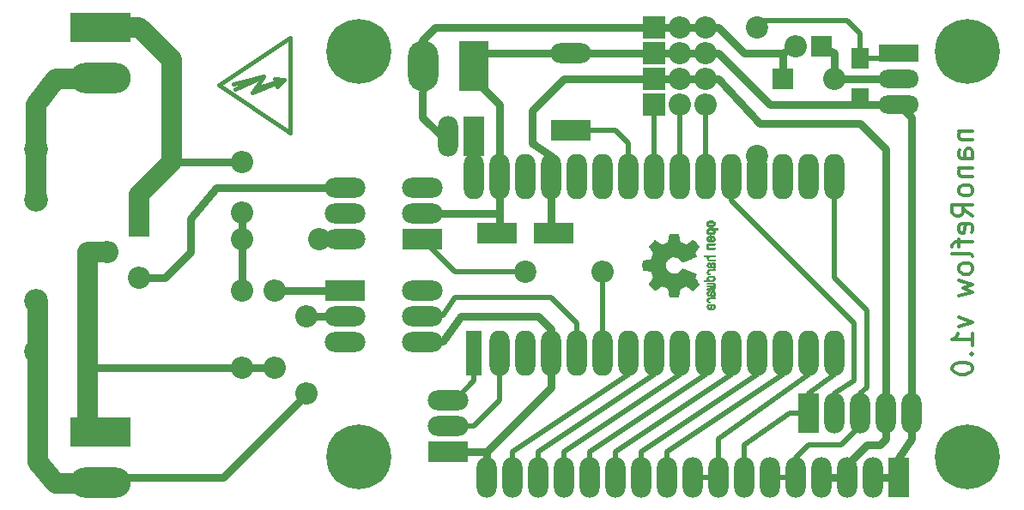
<source format=gbr>
G04 #@! TF.FileFunction,Copper,L2,Bot,Signal*
%FSLAX46Y46*%
G04 Gerber Fmt 4.6, Leading zero omitted, Abs format (unit mm)*
G04 Created by KiCad (PCBNEW 4.0.7-e2-6376~58~ubuntu16.04.1) date Mon Oct 16 18:50:00 2017*
%MOMM*%
%LPD*%
G01*
G04 APERTURE LIST*
%ADD10C,0.100000*%
%ADD11C,0.300000*%
%ADD12C,0.010000*%
%ADD13C,0.381000*%
%ADD14R,1.700000X2.000000*%
%ADD15R,2.000000X4.000000*%
%ADD16O,2.000000X4.000000*%
%ADD17R,4.000000X1.800000*%
%ADD18O,4.000000X1.800000*%
%ADD19R,6.000000X3.000000*%
%ADD20O,6.000000X3.000000*%
%ADD21R,3.000000X5.000000*%
%ADD22O,3.000000X5.000000*%
%ADD23R,4.000000X2.000000*%
%ADD24O,4.000000X2.000000*%
%ADD25R,2.000000X2.000000*%
%ADD26O,2.200000X2.200000*%
%ADD27R,2.200000X2.200000*%
%ADD28C,6.400000*%
%ADD29C,0.600000*%
%ADD30C,2.200000*%
%ADD31R,1.574800X4.500000*%
%ADD32O,2.000000X4.500000*%
%ADD33C,2.350000*%
%ADD34C,0.750000*%
%ADD35C,0.500000*%
%ADD36C,1.000000*%
%ADD37C,2.000000*%
G04 APERTURE END LIST*
D10*
D11*
X195679569Y-80868598D02*
X197012902Y-80868598D01*
X195870045Y-80868598D02*
X195774807Y-80963837D01*
X195679569Y-81154313D01*
X195679569Y-81440027D01*
X195774807Y-81630503D01*
X195965283Y-81725741D01*
X197012902Y-81725741D01*
X197012902Y-83535265D02*
X195965283Y-83535265D01*
X195774807Y-83440027D01*
X195679569Y-83249551D01*
X195679569Y-82868599D01*
X195774807Y-82678122D01*
X196917664Y-83535265D02*
X197012902Y-83344789D01*
X197012902Y-82868599D01*
X196917664Y-82678122D01*
X196727188Y-82582884D01*
X196536711Y-82582884D01*
X196346235Y-82678122D01*
X196250997Y-82868599D01*
X196250997Y-83344789D01*
X196155759Y-83535265D01*
X195679569Y-84487646D02*
X197012902Y-84487646D01*
X195870045Y-84487646D02*
X195774807Y-84582885D01*
X195679569Y-84773361D01*
X195679569Y-85059075D01*
X195774807Y-85249551D01*
X195965283Y-85344789D01*
X197012902Y-85344789D01*
X197012902Y-86582885D02*
X196917664Y-86392409D01*
X196822426Y-86297170D01*
X196631950Y-86201932D01*
X196060521Y-86201932D01*
X195870045Y-86297170D01*
X195774807Y-86392409D01*
X195679569Y-86582885D01*
X195679569Y-86868599D01*
X195774807Y-87059075D01*
X195870045Y-87154313D01*
X196060521Y-87249551D01*
X196631950Y-87249551D01*
X196822426Y-87154313D01*
X196917664Y-87059075D01*
X197012902Y-86868599D01*
X197012902Y-86582885D01*
X197012902Y-89249552D02*
X196060521Y-88582885D01*
X197012902Y-88106694D02*
X195012902Y-88106694D01*
X195012902Y-88868599D01*
X195108140Y-89059075D01*
X195203378Y-89154314D01*
X195393854Y-89249552D01*
X195679569Y-89249552D01*
X195870045Y-89154314D01*
X195965283Y-89059075D01*
X196060521Y-88868599D01*
X196060521Y-88106694D01*
X196917664Y-90868599D02*
X197012902Y-90678123D01*
X197012902Y-90297171D01*
X196917664Y-90106694D01*
X196727188Y-90011456D01*
X195965283Y-90011456D01*
X195774807Y-90106694D01*
X195679569Y-90297171D01*
X195679569Y-90678123D01*
X195774807Y-90868599D01*
X195965283Y-90963837D01*
X196155759Y-90963837D01*
X196346235Y-90011456D01*
X195679569Y-91535266D02*
X195679569Y-92297171D01*
X197012902Y-91820980D02*
X195298616Y-91820980D01*
X195108140Y-91916219D01*
X195012902Y-92106695D01*
X195012902Y-92297171D01*
X197012902Y-93249552D02*
X196917664Y-93059076D01*
X196727188Y-92963837D01*
X195012902Y-92963837D01*
X197012902Y-94297171D02*
X196917664Y-94106695D01*
X196822426Y-94011456D01*
X196631950Y-93916218D01*
X196060521Y-93916218D01*
X195870045Y-94011456D01*
X195774807Y-94106695D01*
X195679569Y-94297171D01*
X195679569Y-94582885D01*
X195774807Y-94773361D01*
X195870045Y-94868599D01*
X196060521Y-94963837D01*
X196631950Y-94963837D01*
X196822426Y-94868599D01*
X196917664Y-94773361D01*
X197012902Y-94582885D01*
X197012902Y-94297171D01*
X195679569Y-95630504D02*
X197012902Y-96011457D01*
X196060521Y-96392409D01*
X197012902Y-96773361D01*
X195679569Y-97154314D01*
X195679569Y-99249552D02*
X197012902Y-99725743D01*
X195679569Y-100201933D01*
X197012902Y-102011458D02*
X197012902Y-100868600D01*
X197012902Y-101440029D02*
X195012902Y-101440029D01*
X195298616Y-101249553D01*
X195489092Y-101059077D01*
X195584330Y-100868600D01*
X196822426Y-102868600D02*
X196917664Y-102963839D01*
X197012902Y-102868600D01*
X196917664Y-102773362D01*
X196822426Y-102868600D01*
X197012902Y-102868600D01*
X195012902Y-104201934D02*
X195012902Y-104392410D01*
X195108140Y-104582886D01*
X195203378Y-104678124D01*
X195393854Y-104773362D01*
X195774807Y-104868601D01*
X196250997Y-104868601D01*
X196631950Y-104773362D01*
X196822426Y-104678124D01*
X196917664Y-104582886D01*
X197012902Y-104392410D01*
X197012902Y-104201934D01*
X196917664Y-104011458D01*
X196822426Y-103916220D01*
X196631950Y-103820981D01*
X196250997Y-103725743D01*
X195774807Y-103725743D01*
X195393854Y-103820981D01*
X195203378Y-103916220D01*
X195108140Y-104011458D01*
X195012902Y-104201934D01*
D12*
G36*
X170752645Y-90859866D02*
X170789867Y-90934519D01*
X170858401Y-91000411D01*
X170883788Y-91018557D01*
X170917006Y-91038325D01*
X170953085Y-91051152D01*
X171001238Y-91058490D01*
X171070676Y-91061793D01*
X171162346Y-91062518D01*
X171287970Y-91059243D01*
X171382294Y-91047857D01*
X171452663Y-91026021D01*
X171506426Y-90991399D01*
X171550928Y-90941650D01*
X171553563Y-90937994D01*
X171580517Y-90888965D01*
X171593852Y-90829925D01*
X171597140Y-90754839D01*
X171597140Y-90632775D01*
X171715637Y-90632724D01*
X171781632Y-90631588D01*
X171820342Y-90624666D01*
X171843559Y-90606578D01*
X171863073Y-90571942D01*
X171867060Y-90563625D01*
X171885743Y-90524700D01*
X171897543Y-90494563D01*
X171898562Y-90472154D01*
X171884901Y-90456413D01*
X171852662Y-90446282D01*
X171797944Y-90440703D01*
X171716851Y-90438615D01*
X171605484Y-90438961D01*
X171459942Y-90440680D01*
X171416409Y-90441217D01*
X171266345Y-90443152D01*
X171168182Y-90444884D01*
X171168182Y-90632672D01*
X171251504Y-90633728D01*
X171306020Y-90638418D01*
X171341977Y-90649031D01*
X171369622Y-90667852D01*
X171383105Y-90680630D01*
X171422557Y-90732870D01*
X171425768Y-90779122D01*
X171393189Y-90826847D01*
X171391986Y-90828057D01*
X171366808Y-90847474D01*
X171332587Y-90859287D01*
X171279888Y-90865245D01*
X171199271Y-90867100D01*
X171181411Y-90867134D01*
X171070315Y-90862650D01*
X170993301Y-90848054D01*
X170946287Y-90821630D01*
X170925190Y-90781663D01*
X170923063Y-90758564D01*
X170933040Y-90703742D01*
X170965892Y-90666138D01*
X171025997Y-90643503D01*
X171117738Y-90633586D01*
X171168182Y-90632672D01*
X171168182Y-90444884D01*
X171150200Y-90445202D01*
X171062819Y-90447853D01*
X170999045Y-90451586D01*
X170953722Y-90456887D01*
X170921695Y-90464238D01*
X170897808Y-90474123D01*
X170876904Y-90487026D01*
X170869038Y-90492559D01*
X170794735Y-90565949D01*
X170752607Y-90658740D01*
X170740862Y-90766076D01*
X170752645Y-90859866D01*
X170752645Y-90859866D01*
G37*
X170752645Y-90859866D02*
X170789867Y-90934519D01*
X170858401Y-91000411D01*
X170883788Y-91018557D01*
X170917006Y-91038325D01*
X170953085Y-91051152D01*
X171001238Y-91058490D01*
X171070676Y-91061793D01*
X171162346Y-91062518D01*
X171287970Y-91059243D01*
X171382294Y-91047857D01*
X171452663Y-91026021D01*
X171506426Y-90991399D01*
X171550928Y-90941650D01*
X171553563Y-90937994D01*
X171580517Y-90888965D01*
X171593852Y-90829925D01*
X171597140Y-90754839D01*
X171597140Y-90632775D01*
X171715637Y-90632724D01*
X171781632Y-90631588D01*
X171820342Y-90624666D01*
X171843559Y-90606578D01*
X171863073Y-90571942D01*
X171867060Y-90563625D01*
X171885743Y-90524700D01*
X171897543Y-90494563D01*
X171898562Y-90472154D01*
X171884901Y-90456413D01*
X171852662Y-90446282D01*
X171797944Y-90440703D01*
X171716851Y-90438615D01*
X171605484Y-90438961D01*
X171459942Y-90440680D01*
X171416409Y-90441217D01*
X171266345Y-90443152D01*
X171168182Y-90444884D01*
X171168182Y-90632672D01*
X171251504Y-90633728D01*
X171306020Y-90638418D01*
X171341977Y-90649031D01*
X171369622Y-90667852D01*
X171383105Y-90680630D01*
X171422557Y-90732870D01*
X171425768Y-90779122D01*
X171393189Y-90826847D01*
X171391986Y-90828057D01*
X171366808Y-90847474D01*
X171332587Y-90859287D01*
X171279888Y-90865245D01*
X171199271Y-90867100D01*
X171181411Y-90867134D01*
X171070315Y-90862650D01*
X170993301Y-90848054D01*
X170946287Y-90821630D01*
X170925190Y-90781663D01*
X170923063Y-90758564D01*
X170933040Y-90703742D01*
X170965892Y-90666138D01*
X171025997Y-90643503D01*
X171117738Y-90633586D01*
X171168182Y-90632672D01*
X171168182Y-90444884D01*
X171150200Y-90445202D01*
X171062819Y-90447853D01*
X170999045Y-90451586D01*
X170953722Y-90456887D01*
X170921695Y-90464238D01*
X170897808Y-90474123D01*
X170876904Y-90487026D01*
X170869038Y-90492559D01*
X170794735Y-90565949D01*
X170752607Y-90658740D01*
X170740862Y-90766076D01*
X170752645Y-90859866D01*
G36*
X170763229Y-92362644D02*
X170799498Y-92425347D01*
X170835498Y-92468941D01*
X170873215Y-92500825D01*
X170919339Y-92522790D01*
X170980561Y-92536629D01*
X171063571Y-92544133D01*
X171175059Y-92547097D01*
X171255202Y-92547441D01*
X171550205Y-92547441D01*
X171624655Y-92381365D01*
X171301542Y-92371595D01*
X171180869Y-92367559D01*
X171093281Y-92363324D01*
X171032790Y-92358077D01*
X170993408Y-92351005D01*
X170969147Y-92341291D01*
X170954020Y-92328124D01*
X170950746Y-92323899D01*
X170925174Y-92259889D01*
X170935293Y-92195188D01*
X170962140Y-92156672D01*
X170981164Y-92141005D01*
X171006128Y-92130160D01*
X171043974Y-92123268D01*
X171101642Y-92119459D01*
X171186075Y-92117863D01*
X171274068Y-92117595D01*
X171384463Y-92117543D01*
X171462603Y-92115652D01*
X171515305Y-92109325D01*
X171549382Y-92095963D01*
X171571651Y-92072965D01*
X171588927Y-92037734D01*
X171606878Y-91990677D01*
X171626418Y-91939283D01*
X171279625Y-91945401D01*
X171154608Y-91947864D01*
X171062222Y-91950747D01*
X170996021Y-91954878D01*
X170949560Y-91961087D01*
X170916396Y-91970206D01*
X170890084Y-91983063D01*
X170866869Y-91998564D01*
X170792709Y-92073351D01*
X170749824Y-92164608D01*
X170739552Y-92263863D01*
X170763229Y-92362644D01*
X170763229Y-92362644D01*
G37*
X170763229Y-92362644D02*
X170799498Y-92425347D01*
X170835498Y-92468941D01*
X170873215Y-92500825D01*
X170919339Y-92522790D01*
X170980561Y-92536629D01*
X171063571Y-92544133D01*
X171175059Y-92547097D01*
X171255202Y-92547441D01*
X171550205Y-92547441D01*
X171624655Y-92381365D01*
X171301542Y-92371595D01*
X171180869Y-92367559D01*
X171093281Y-92363324D01*
X171032790Y-92358077D01*
X170993408Y-92351005D01*
X170969147Y-92341291D01*
X170954020Y-92328124D01*
X170950746Y-92323899D01*
X170925174Y-92259889D01*
X170935293Y-92195188D01*
X170962140Y-92156672D01*
X170981164Y-92141005D01*
X171006128Y-92130160D01*
X171043974Y-92123268D01*
X171101642Y-92119459D01*
X171186075Y-92117863D01*
X171274068Y-92117595D01*
X171384463Y-92117543D01*
X171462603Y-92115652D01*
X171515305Y-92109325D01*
X171549382Y-92095963D01*
X171571651Y-92072965D01*
X171588927Y-92037734D01*
X171606878Y-91990677D01*
X171626418Y-91939283D01*
X171279625Y-91945401D01*
X171154608Y-91947864D01*
X171062222Y-91950747D01*
X170996021Y-91954878D01*
X170949560Y-91961087D01*
X170916396Y-91970206D01*
X170890084Y-91983063D01*
X170866869Y-91998564D01*
X170792709Y-92073351D01*
X170749824Y-92164608D01*
X170739552Y-92263863D01*
X170763229Y-92362644D01*
G36*
X170755396Y-90107866D02*
X170803549Y-90199444D01*
X170881045Y-90267029D01*
X170930867Y-90291037D01*
X171005673Y-90309718D01*
X171100192Y-90319281D01*
X171203350Y-90320188D01*
X171304075Y-90312901D01*
X171391293Y-90297883D01*
X171453931Y-90275595D01*
X171464719Y-90268745D01*
X171545245Y-90187612D01*
X171593476Y-90091246D01*
X171607590Y-89986681D01*
X171585769Y-89880948D01*
X171572687Y-89851523D01*
X171532371Y-89794221D01*
X171478915Y-89743930D01*
X171472135Y-89739177D01*
X171439461Y-89719858D01*
X171404534Y-89707088D01*
X171358554Y-89699544D01*
X171292724Y-89695904D01*
X171198245Y-89694845D01*
X171177063Y-89694826D01*
X171170322Y-89694874D01*
X171170322Y-89890211D01*
X171259489Y-89891348D01*
X171318660Y-89895821D01*
X171356881Y-89905226D01*
X171383193Y-89921156D01*
X171391986Y-89929288D01*
X171425401Y-89976038D01*
X171423877Y-90021427D01*
X171394892Y-90067320D01*
X171363949Y-90094692D01*
X171318783Y-90110903D01*
X171247560Y-90120006D01*
X171239254Y-90120631D01*
X171110177Y-90122184D01*
X171014312Y-90105945D01*
X170952247Y-90072132D01*
X170924572Y-90020964D01*
X170923063Y-90002700D01*
X170930653Y-89954740D01*
X170956948Y-89921933D01*
X171007235Y-89901875D01*
X171086804Y-89892158D01*
X171170322Y-89890211D01*
X171170322Y-89694874D01*
X171076389Y-89695554D01*
X171006046Y-89698609D01*
X170957303Y-89705302D01*
X170921428Y-89716940D01*
X170889688Y-89734833D01*
X170883788Y-89738788D01*
X170804244Y-89805247D01*
X170758069Y-89877665D01*
X170739739Y-89965829D01*
X170738843Y-89995767D01*
X170755396Y-90107866D01*
X170755396Y-90107866D01*
G37*
X170755396Y-90107866D02*
X170803549Y-90199444D01*
X170881045Y-90267029D01*
X170930867Y-90291037D01*
X171005673Y-90309718D01*
X171100192Y-90319281D01*
X171203350Y-90320188D01*
X171304075Y-90312901D01*
X171391293Y-90297883D01*
X171453931Y-90275595D01*
X171464719Y-90268745D01*
X171545245Y-90187612D01*
X171593476Y-90091246D01*
X171607590Y-89986681D01*
X171585769Y-89880948D01*
X171572687Y-89851523D01*
X171532371Y-89794221D01*
X171478915Y-89743930D01*
X171472135Y-89739177D01*
X171439461Y-89719858D01*
X171404534Y-89707088D01*
X171358554Y-89699544D01*
X171292724Y-89695904D01*
X171198245Y-89694845D01*
X171177063Y-89694826D01*
X171170322Y-89694874D01*
X171170322Y-89890211D01*
X171259489Y-89891348D01*
X171318660Y-89895821D01*
X171356881Y-89905226D01*
X171383193Y-89921156D01*
X171391986Y-89929288D01*
X171425401Y-89976038D01*
X171423877Y-90021427D01*
X171394892Y-90067320D01*
X171363949Y-90094692D01*
X171318783Y-90110903D01*
X171247560Y-90120006D01*
X171239254Y-90120631D01*
X171110177Y-90122184D01*
X171014312Y-90105945D01*
X170952247Y-90072132D01*
X170924572Y-90020964D01*
X170923063Y-90002700D01*
X170930653Y-89954740D01*
X170956948Y-89921933D01*
X171007235Y-89901875D01*
X171086804Y-89892158D01*
X171170322Y-89890211D01*
X171170322Y-89694874D01*
X171076389Y-89695554D01*
X171006046Y-89698609D01*
X170957303Y-89705302D01*
X170921428Y-89716940D01*
X170889688Y-89734833D01*
X170883788Y-89738788D01*
X170804244Y-89805247D01*
X170758069Y-89877665D01*
X170739739Y-89965829D01*
X170738843Y-89995767D01*
X170755396Y-90107866D01*
G36*
X170767885Y-91625234D02*
X170819707Y-91702266D01*
X170894552Y-91761796D01*
X170989794Y-91797358D01*
X171059896Y-91804551D01*
X171089149Y-91803734D01*
X171111547Y-91796894D01*
X171131614Y-91778092D01*
X171153873Y-91741388D01*
X171182849Y-91680842D01*
X171223067Y-91590514D01*
X171223269Y-91590057D01*
X171261350Y-91506913D01*
X171295165Y-91438733D01*
X171321073Y-91392485D01*
X171335435Y-91375138D01*
X171335551Y-91375134D01*
X171366825Y-91390423D01*
X171401297Y-91426176D01*
X171426130Y-91467222D01*
X171431063Y-91488017D01*
X171414002Y-91544750D01*
X171371273Y-91593607D01*
X171324295Y-91617445D01*
X171289662Y-91640377D01*
X171250221Y-91685298D01*
X171216149Y-91738103D01*
X171197620Y-91784690D01*
X171196602Y-91794432D01*
X171213355Y-91805398D01*
X171256179Y-91806059D01*
X171313921Y-91798000D01*
X171375429Y-91782807D01*
X171429549Y-91762066D01*
X171431650Y-91761018D01*
X171518800Y-91698601D01*
X171578079Y-91617706D01*
X171607174Y-91525836D01*
X171603774Y-91430493D01*
X171565568Y-91339178D01*
X171562881Y-91335118D01*
X171497782Y-91263286D01*
X171412845Y-91216053D01*
X171301161Y-91189914D01*
X171269783Y-91186406D01*
X171121676Y-91180193D01*
X171052608Y-91187641D01*
X171052608Y-91375134D01*
X171095692Y-91377570D01*
X171108266Y-91390894D01*
X171098859Y-91424112D01*
X171076623Y-91476474D01*
X171048750Y-91535004D01*
X171048012Y-91536459D01*
X171021917Y-91586069D01*
X171004503Y-91605980D01*
X170986247Y-91601070D01*
X170962260Y-91580396D01*
X170927546Y-91527799D01*
X170924996Y-91471157D01*
X170950259Y-91420349D01*
X170998987Y-91385256D01*
X171052608Y-91375134D01*
X171052608Y-91187641D01*
X171003176Y-91192972D01*
X170909195Y-91225758D01*
X170843355Y-91271401D01*
X170776821Y-91353782D01*
X170743816Y-91444526D01*
X170741713Y-91537165D01*
X170767885Y-91625234D01*
X170767885Y-91625234D01*
G37*
X170767885Y-91625234D02*
X170819707Y-91702266D01*
X170894552Y-91761796D01*
X170989794Y-91797358D01*
X171059896Y-91804551D01*
X171089149Y-91803734D01*
X171111547Y-91796894D01*
X171131614Y-91778092D01*
X171153873Y-91741388D01*
X171182849Y-91680842D01*
X171223067Y-91590514D01*
X171223269Y-91590057D01*
X171261350Y-91506913D01*
X171295165Y-91438733D01*
X171321073Y-91392485D01*
X171335435Y-91375138D01*
X171335551Y-91375134D01*
X171366825Y-91390423D01*
X171401297Y-91426176D01*
X171426130Y-91467222D01*
X171431063Y-91488017D01*
X171414002Y-91544750D01*
X171371273Y-91593607D01*
X171324295Y-91617445D01*
X171289662Y-91640377D01*
X171250221Y-91685298D01*
X171216149Y-91738103D01*
X171197620Y-91784690D01*
X171196602Y-91794432D01*
X171213355Y-91805398D01*
X171256179Y-91806059D01*
X171313921Y-91798000D01*
X171375429Y-91782807D01*
X171429549Y-91762066D01*
X171431650Y-91761018D01*
X171518800Y-91698601D01*
X171578079Y-91617706D01*
X171607174Y-91525836D01*
X171603774Y-91430493D01*
X171565568Y-91339178D01*
X171562881Y-91335118D01*
X171497782Y-91263286D01*
X171412845Y-91216053D01*
X171301161Y-91189914D01*
X171269783Y-91186406D01*
X171121676Y-91180193D01*
X171052608Y-91187641D01*
X171052608Y-91375134D01*
X171095692Y-91377570D01*
X171108266Y-91390894D01*
X171098859Y-91424112D01*
X171076623Y-91476474D01*
X171048750Y-91535004D01*
X171048012Y-91536459D01*
X171021917Y-91586069D01*
X171004503Y-91605980D01*
X170986247Y-91601070D01*
X170962260Y-91580396D01*
X170927546Y-91527799D01*
X170924996Y-91471157D01*
X170950259Y-91420349D01*
X170998987Y-91385256D01*
X171052608Y-91375134D01*
X171052608Y-91187641D01*
X171003176Y-91192972D01*
X170909195Y-91225758D01*
X170843355Y-91271401D01*
X170776821Y-91353782D01*
X170743816Y-91444526D01*
X170741713Y-91537165D01*
X170767885Y-91625234D01*
G36*
X170660260Y-93250826D02*
X170740120Y-93256552D01*
X170787179Y-93263129D01*
X170807706Y-93272242D01*
X170807969Y-93285578D01*
X170805518Y-93289903D01*
X170787776Y-93347424D01*
X170788812Y-93422248D01*
X170807050Y-93498319D01*
X170830645Y-93545898D01*
X170868338Y-93594682D01*
X170910995Y-93630344D01*
X170965197Y-93654825D01*
X171037524Y-93670067D01*
X171134559Y-93678010D01*
X171262882Y-93680596D01*
X171287498Y-93680642D01*
X171564010Y-93680672D01*
X171585460Y-93619141D01*
X171600052Y-93575439D01*
X171606846Y-93551462D01*
X171606909Y-93550757D01*
X171588485Y-93548395D01*
X171537666Y-93546386D01*
X171461133Y-93544881D01*
X171365570Y-93544033D01*
X171307469Y-93543903D01*
X171192911Y-93543631D01*
X171110807Y-93542232D01*
X171054533Y-93538829D01*
X171017466Y-93532547D01*
X170992984Y-93522509D01*
X170974465Y-93507841D01*
X170965546Y-93498682D01*
X170929606Y-93435769D01*
X170926915Y-93367116D01*
X170957310Y-93304828D01*
X170968284Y-93293309D01*
X170988919Y-93276413D01*
X171013396Y-93264694D01*
X171048787Y-93257213D01*
X171102166Y-93253034D01*
X171180606Y-93251217D01*
X171288757Y-93250826D01*
X171564010Y-93250826D01*
X171585460Y-93189295D01*
X171600052Y-93145593D01*
X171606846Y-93121616D01*
X171606909Y-93120910D01*
X171588209Y-93119106D01*
X171535462Y-93117480D01*
X171453697Y-93116097D01*
X171347945Y-93115022D01*
X171223234Y-93114320D01*
X171084595Y-93114057D01*
X170549946Y-93114057D01*
X170496376Y-93241057D01*
X170660260Y-93250826D01*
X170660260Y-93250826D01*
G37*
X170660260Y-93250826D02*
X170740120Y-93256552D01*
X170787179Y-93263129D01*
X170807706Y-93272242D01*
X170807969Y-93285578D01*
X170805518Y-93289903D01*
X170787776Y-93347424D01*
X170788812Y-93422248D01*
X170807050Y-93498319D01*
X170830645Y-93545898D01*
X170868338Y-93594682D01*
X170910995Y-93630344D01*
X170965197Y-93654825D01*
X171037524Y-93670067D01*
X171134559Y-93678010D01*
X171262882Y-93680596D01*
X171287498Y-93680642D01*
X171564010Y-93680672D01*
X171585460Y-93619141D01*
X171600052Y-93575439D01*
X171606846Y-93551462D01*
X171606909Y-93550757D01*
X171588485Y-93548395D01*
X171537666Y-93546386D01*
X171461133Y-93544881D01*
X171365570Y-93544033D01*
X171307469Y-93543903D01*
X171192911Y-93543631D01*
X171110807Y-93542232D01*
X171054533Y-93538829D01*
X171017466Y-93532547D01*
X170992984Y-93522509D01*
X170974465Y-93507841D01*
X170965546Y-93498682D01*
X170929606Y-93435769D01*
X170926915Y-93367116D01*
X170957310Y-93304828D01*
X170968284Y-93293309D01*
X170988919Y-93276413D01*
X171013396Y-93264694D01*
X171048787Y-93257213D01*
X171102166Y-93253034D01*
X171180606Y-93251217D01*
X171288757Y-93250826D01*
X171564010Y-93250826D01*
X171585460Y-93189295D01*
X171600052Y-93145593D01*
X171606846Y-93121616D01*
X171606909Y-93120910D01*
X171588209Y-93119106D01*
X171535462Y-93117480D01*
X171453697Y-93116097D01*
X171347945Y-93115022D01*
X171223234Y-93114320D01*
X171084595Y-93114057D01*
X170549946Y-93114057D01*
X170496376Y-93241057D01*
X170660260Y-93250826D01*
G36*
X170794443Y-94144481D02*
X170822873Y-94221040D01*
X170823419Y-94221916D01*
X170858267Y-94269265D01*
X170898992Y-94304221D01*
X170952065Y-94328805D01*
X171023954Y-94345042D01*
X171121132Y-94354955D01*
X171250068Y-94360566D01*
X171268438Y-94361057D01*
X171545427Y-94368121D01*
X171576168Y-94308675D01*
X171596942Y-94265661D01*
X171606786Y-94239690D01*
X171606909Y-94238489D01*
X171588746Y-94233994D01*
X171539752Y-94230424D01*
X171468171Y-94228228D01*
X171410208Y-94227749D01*
X171316310Y-94227738D01*
X171257343Y-94223446D01*
X171229219Y-94208483D01*
X171227846Y-94176462D01*
X171249138Y-94120994D01*
X171288276Y-94037249D01*
X171320783Y-93975669D01*
X171348985Y-93943997D01*
X171379722Y-93934686D01*
X171381244Y-93934672D01*
X171434194Y-93950037D01*
X171462800Y-93995527D01*
X171466943Y-94065146D01*
X171466224Y-94115293D01*
X171480667Y-94141734D01*
X171515358Y-94158223D01*
X171559556Y-94167713D01*
X171584633Y-94154037D01*
X171588222Y-94148887D01*
X171602636Y-94100405D01*
X171604677Y-94032511D01*
X171595123Y-93962592D01*
X171577662Y-93913048D01*
X171519504Y-93844550D01*
X171438548Y-93805614D01*
X171375300Y-93797903D01*
X171318251Y-93803787D01*
X171271682Y-93825081D01*
X171230321Y-93867245D01*
X171188895Y-93935739D01*
X171142133Y-94036024D01*
X171139490Y-94042134D01*
X171097757Y-94132470D01*
X171063531Y-94188215D01*
X171032775Y-94212109D01*
X171001451Y-94206893D01*
X170965523Y-94175308D01*
X170957256Y-94165863D01*
X170925198Y-94102597D01*
X170926547Y-94037044D01*
X170957978Y-93979952D01*
X171016164Y-93942073D01*
X171027586Y-93938554D01*
X171082977Y-93904280D01*
X171109658Y-93860789D01*
X171136100Y-93797903D01*
X171067688Y-93797903D01*
X170968250Y-93817032D01*
X170877042Y-93873811D01*
X170846529Y-93903358D01*
X170807368Y-93970522D01*
X170789640Y-94055936D01*
X170794443Y-94144481D01*
X170794443Y-94144481D01*
G37*
X170794443Y-94144481D02*
X170822873Y-94221040D01*
X170823419Y-94221916D01*
X170858267Y-94269265D01*
X170898992Y-94304221D01*
X170952065Y-94328805D01*
X171023954Y-94345042D01*
X171121132Y-94354955D01*
X171250068Y-94360566D01*
X171268438Y-94361057D01*
X171545427Y-94368121D01*
X171576168Y-94308675D01*
X171596942Y-94265661D01*
X171606786Y-94239690D01*
X171606909Y-94238489D01*
X171588746Y-94233994D01*
X171539752Y-94230424D01*
X171468171Y-94228228D01*
X171410208Y-94227749D01*
X171316310Y-94227738D01*
X171257343Y-94223446D01*
X171229219Y-94208483D01*
X171227846Y-94176462D01*
X171249138Y-94120994D01*
X171288276Y-94037249D01*
X171320783Y-93975669D01*
X171348985Y-93943997D01*
X171379722Y-93934686D01*
X171381244Y-93934672D01*
X171434194Y-93950037D01*
X171462800Y-93995527D01*
X171466943Y-94065146D01*
X171466224Y-94115293D01*
X171480667Y-94141734D01*
X171515358Y-94158223D01*
X171559556Y-94167713D01*
X171584633Y-94154037D01*
X171588222Y-94148887D01*
X171602636Y-94100405D01*
X171604677Y-94032511D01*
X171595123Y-93962592D01*
X171577662Y-93913048D01*
X171519504Y-93844550D01*
X171438548Y-93805614D01*
X171375300Y-93797903D01*
X171318251Y-93803787D01*
X171271682Y-93825081D01*
X171230321Y-93867245D01*
X171188895Y-93935739D01*
X171142133Y-94036024D01*
X171139490Y-94042134D01*
X171097757Y-94132470D01*
X171063531Y-94188215D01*
X171032775Y-94212109D01*
X171001451Y-94206893D01*
X170965523Y-94175308D01*
X170957256Y-94165863D01*
X170925198Y-94102597D01*
X170926547Y-94037044D01*
X170957978Y-93979952D01*
X171016164Y-93942073D01*
X171027586Y-93938554D01*
X171082977Y-93904280D01*
X171109658Y-93860789D01*
X171136100Y-93797903D01*
X171067688Y-93797903D01*
X170968250Y-93817032D01*
X170877042Y-93873811D01*
X170846529Y-93903358D01*
X170807368Y-93970522D01*
X170789640Y-94055936D01*
X170794443Y-94144481D01*
G36*
X170792810Y-94804342D02*
X170825561Y-94893097D01*
X170883490Y-94965002D01*
X170924268Y-94993124D01*
X170999094Y-95023782D01*
X171053198Y-95023145D01*
X171089586Y-94990967D01*
X171095773Y-94979061D01*
X171115065Y-94927655D01*
X171110122Y-94901402D01*
X171077727Y-94892510D01*
X171059832Y-94892057D01*
X170993999Y-94875777D01*
X170947947Y-94833345D01*
X170925704Y-94774368D01*
X170931301Y-94708455D01*
X170960369Y-94654875D01*
X170976950Y-94636778D01*
X170997065Y-94623951D01*
X171027472Y-94615286D01*
X171074928Y-94609676D01*
X171146190Y-94606015D01*
X171248015Y-94603195D01*
X171280255Y-94602464D01*
X171390550Y-94599800D01*
X171468176Y-94596772D01*
X171519536Y-94592230D01*
X171551030Y-94585026D01*
X171569060Y-94574013D01*
X171580028Y-94558040D01*
X171584873Y-94547814D01*
X171601441Y-94504386D01*
X171606909Y-94478822D01*
X171588647Y-94470375D01*
X171533436Y-94465219D01*
X171440639Y-94463326D01*
X171309618Y-94464669D01*
X171289409Y-94465087D01*
X171169873Y-94468038D01*
X171082589Y-94471528D01*
X171020731Y-94476494D01*
X170977476Y-94483873D01*
X170946000Y-94494604D01*
X170919479Y-94509625D01*
X170908115Y-94517482D01*
X170857832Y-94562533D01*
X170818721Y-94612920D01*
X170815307Y-94619088D01*
X170788352Y-94709438D01*
X170792810Y-94804342D01*
X170792810Y-94804342D01*
G37*
X170792810Y-94804342D02*
X170825561Y-94893097D01*
X170883490Y-94965002D01*
X170924268Y-94993124D01*
X170999094Y-95023782D01*
X171053198Y-95023145D01*
X171089586Y-94990967D01*
X171095773Y-94979061D01*
X171115065Y-94927655D01*
X171110122Y-94901402D01*
X171077727Y-94892510D01*
X171059832Y-94892057D01*
X170993999Y-94875777D01*
X170947947Y-94833345D01*
X170925704Y-94774368D01*
X170931301Y-94708455D01*
X170960369Y-94654875D01*
X170976950Y-94636778D01*
X170997065Y-94623951D01*
X171027472Y-94615286D01*
X171074928Y-94609676D01*
X171146190Y-94606015D01*
X171248015Y-94603195D01*
X171280255Y-94602464D01*
X171390550Y-94599800D01*
X171468176Y-94596772D01*
X171519536Y-94592230D01*
X171551030Y-94585026D01*
X171569060Y-94574013D01*
X171580028Y-94558040D01*
X171584873Y-94547814D01*
X171601441Y-94504386D01*
X171606909Y-94478822D01*
X171588647Y-94470375D01*
X171533436Y-94465219D01*
X171440639Y-94463326D01*
X171309618Y-94464669D01*
X171289409Y-94465087D01*
X171169873Y-94468038D01*
X171082589Y-94471528D01*
X171020731Y-94476494D01*
X170977476Y-94483873D01*
X170946000Y-94494604D01*
X170919479Y-94509625D01*
X170908115Y-94517482D01*
X170857832Y-94562533D01*
X170818721Y-94612920D01*
X170815307Y-94619088D01*
X170788352Y-94709438D01*
X170792810Y-94804342D01*
G36*
X170948429Y-95693061D02*
X171094460Y-95692813D01*
X171206795Y-95691852D01*
X171290818Y-95689774D01*
X171351909Y-95686173D01*
X171395449Y-95680645D01*
X171426819Y-95672784D01*
X171451402Y-95662187D01*
X171465434Y-95654162D01*
X171541528Y-95587708D01*
X171589224Y-95503450D01*
X171606339Y-95410229D01*
X171590686Y-95316880D01*
X171562558Y-95261292D01*
X171513900Y-95202937D01*
X171454473Y-95163166D01*
X171376647Y-95139170D01*
X171272792Y-95128141D01*
X171196602Y-95126579D01*
X171191126Y-95126789D01*
X171191126Y-95263288D01*
X171278495Y-95264121D01*
X171336332Y-95267941D01*
X171374169Y-95276726D01*
X171401538Y-95292454D01*
X171422182Y-95311246D01*
X171462030Y-95374355D01*
X171465435Y-95442117D01*
X171432165Y-95506159D01*
X171427657Y-95511144D01*
X171404207Y-95532419D01*
X171376306Y-95545759D01*
X171334781Y-95552981D01*
X171270456Y-95555903D01*
X171199340Y-95556365D01*
X171109998Y-95555363D01*
X171050398Y-95551218D01*
X171011229Y-95542216D01*
X170983180Y-95526647D01*
X170968284Y-95513882D01*
X170930715Y-95454580D01*
X170926197Y-95386281D01*
X170954893Y-95321090D01*
X170965546Y-95308508D01*
X170989203Y-95287091D01*
X171017391Y-95273724D01*
X171059385Y-95266546D01*
X171124459Y-95263699D01*
X171191126Y-95263288D01*
X171191126Y-95126789D01*
X171073905Y-95131302D01*
X170981717Y-95147342D01*
X170912409Y-95177508D01*
X170858351Y-95224609D01*
X170830645Y-95261292D01*
X170800712Y-95327970D01*
X170786818Y-95405252D01*
X170790537Y-95477090D01*
X170805540Y-95517288D01*
X170809810Y-95533062D01*
X170793890Y-95543530D01*
X170751229Y-95550836D01*
X170686246Y-95556365D01*
X170613872Y-95562417D01*
X170570327Y-95570824D01*
X170545427Y-95586121D01*
X170528985Y-95612844D01*
X170521704Y-95629634D01*
X170495103Y-95693134D01*
X170948429Y-95693061D01*
X170948429Y-95693061D01*
G37*
X170948429Y-95693061D02*
X171094460Y-95692813D01*
X171206795Y-95691852D01*
X171290818Y-95689774D01*
X171351909Y-95686173D01*
X171395449Y-95680645D01*
X171426819Y-95672784D01*
X171451402Y-95662187D01*
X171465434Y-95654162D01*
X171541528Y-95587708D01*
X171589224Y-95503450D01*
X171606339Y-95410229D01*
X171590686Y-95316880D01*
X171562558Y-95261292D01*
X171513900Y-95202937D01*
X171454473Y-95163166D01*
X171376647Y-95139170D01*
X171272792Y-95128141D01*
X171196602Y-95126579D01*
X171191126Y-95126789D01*
X171191126Y-95263288D01*
X171278495Y-95264121D01*
X171336332Y-95267941D01*
X171374169Y-95276726D01*
X171401538Y-95292454D01*
X171422182Y-95311246D01*
X171462030Y-95374355D01*
X171465435Y-95442117D01*
X171432165Y-95506159D01*
X171427657Y-95511144D01*
X171404207Y-95532419D01*
X171376306Y-95545759D01*
X171334781Y-95552981D01*
X171270456Y-95555903D01*
X171199340Y-95556365D01*
X171109998Y-95555363D01*
X171050398Y-95551218D01*
X171011229Y-95542216D01*
X170983180Y-95526647D01*
X170968284Y-95513882D01*
X170930715Y-95454580D01*
X170926197Y-95386281D01*
X170954893Y-95321090D01*
X170965546Y-95308508D01*
X170989203Y-95287091D01*
X171017391Y-95273724D01*
X171059385Y-95266546D01*
X171124459Y-95263699D01*
X171191126Y-95263288D01*
X171191126Y-95126789D01*
X171073905Y-95131302D01*
X170981717Y-95147342D01*
X170912409Y-95177508D01*
X170858351Y-95224609D01*
X170830645Y-95261292D01*
X170800712Y-95327970D01*
X170786818Y-95405252D01*
X170790537Y-95477090D01*
X170805540Y-95517288D01*
X170809810Y-95533062D01*
X170793890Y-95543530D01*
X170751229Y-95550836D01*
X170686246Y-95556365D01*
X170613872Y-95562417D01*
X170570327Y-95570824D01*
X170545427Y-95586121D01*
X170528985Y-95612844D01*
X170521704Y-95629634D01*
X170495103Y-95693134D01*
X170948429Y-95693061D01*
G36*
X170804802Y-96486909D02*
X170856208Y-96489891D01*
X170934332Y-96492227D01*
X171032997Y-96493729D01*
X171136483Y-96494211D01*
X171486673Y-96494211D01*
X171548503Y-96432381D01*
X171586602Y-96389773D01*
X171602035Y-96352370D01*
X171601058Y-96301250D01*
X171598573Y-96280958D01*
X171591340Y-96217534D01*
X171587195Y-96165075D01*
X171586812Y-96152288D01*
X171589316Y-96109179D01*
X171595602Y-96047524D01*
X171598573Y-96023618D01*
X171603168Y-95964902D01*
X171593186Y-95925444D01*
X171562368Y-95886318D01*
X171548503Y-95872195D01*
X171486673Y-95810365D01*
X170831643Y-95810365D01*
X170808969Y-95860130D01*
X170792174Y-95902982D01*
X170786294Y-95928053D01*
X170804876Y-95934481D01*
X170856795Y-95940489D01*
X170936312Y-95945677D01*
X171037686Y-95949644D01*
X171123332Y-95951557D01*
X171460371Y-95956903D01*
X171466965Y-96003540D01*
X171462354Y-96045956D01*
X171447427Y-96066740D01*
X171419517Y-96072550D01*
X171360065Y-96077510D01*
X171276606Y-96081226D01*
X171176672Y-96083304D01*
X171125244Y-96083604D01*
X170829194Y-96083903D01*
X170807744Y-96145434D01*
X170793160Y-96188984D01*
X170786359Y-96212674D01*
X170786294Y-96213357D01*
X170804782Y-96215734D01*
X170856046Y-96218346D01*
X170933789Y-96220975D01*
X171031714Y-96223401D01*
X171123332Y-96225095D01*
X171460371Y-96230441D01*
X171460371Y-96347672D01*
X171152886Y-96353052D01*
X170845401Y-96358431D01*
X170815847Y-96415581D01*
X170795553Y-96457777D01*
X170786344Y-96482750D01*
X170786294Y-96483471D01*
X170804802Y-96486909D01*
X170804802Y-96486909D01*
G37*
X170804802Y-96486909D02*
X170856208Y-96489891D01*
X170934332Y-96492227D01*
X171032997Y-96493729D01*
X171136483Y-96494211D01*
X171486673Y-96494211D01*
X171548503Y-96432381D01*
X171586602Y-96389773D01*
X171602035Y-96352370D01*
X171601058Y-96301250D01*
X171598573Y-96280958D01*
X171591340Y-96217534D01*
X171587195Y-96165075D01*
X171586812Y-96152288D01*
X171589316Y-96109179D01*
X171595602Y-96047524D01*
X171598573Y-96023618D01*
X171603168Y-95964902D01*
X171593186Y-95925444D01*
X171562368Y-95886318D01*
X171548503Y-95872195D01*
X171486673Y-95810365D01*
X170831643Y-95810365D01*
X170808969Y-95860130D01*
X170792174Y-95902982D01*
X170786294Y-95928053D01*
X170804876Y-95934481D01*
X170856795Y-95940489D01*
X170936312Y-95945677D01*
X171037686Y-95949644D01*
X171123332Y-95951557D01*
X171460371Y-95956903D01*
X171466965Y-96003540D01*
X171462354Y-96045956D01*
X171447427Y-96066740D01*
X171419517Y-96072550D01*
X171360065Y-96077510D01*
X171276606Y-96081226D01*
X171176672Y-96083304D01*
X171125244Y-96083604D01*
X170829194Y-96083903D01*
X170807744Y-96145434D01*
X170793160Y-96188984D01*
X170786359Y-96212674D01*
X170786294Y-96213357D01*
X170804782Y-96215734D01*
X170856046Y-96218346D01*
X170933789Y-96220975D01*
X171031714Y-96223401D01*
X171123332Y-96225095D01*
X171460371Y-96230441D01*
X171460371Y-96347672D01*
X171152886Y-96353052D01*
X170845401Y-96358431D01*
X170815847Y-96415581D01*
X170795553Y-96457777D01*
X170786344Y-96482750D01*
X170786294Y-96483471D01*
X170804802Y-96486909D01*
G36*
X170801668Y-96978313D02*
X170827257Y-97034570D01*
X170858264Y-97078727D01*
X170892935Y-97111081D01*
X170937660Y-97133418D01*
X170998832Y-97147526D01*
X171082841Y-97155191D01*
X171196080Y-97158200D01*
X171270649Y-97158518D01*
X171561560Y-97158518D01*
X171584235Y-97108753D01*
X171600807Y-97069556D01*
X171606909Y-97050137D01*
X171588750Y-97046422D01*
X171539788Y-97043475D01*
X171468293Y-97041671D01*
X171411525Y-97041288D01*
X171329511Y-97039641D01*
X171264449Y-97035202D01*
X171224607Y-97028720D01*
X171216140Y-97023570D01*
X171224786Y-96988957D01*
X171246963Y-96934620D01*
X171277026Y-96871702D01*
X171309332Y-96811348D01*
X171338238Y-96764701D01*
X171358101Y-96742906D01*
X171358315Y-96742819D01*
X171395075Y-96744694D01*
X171430166Y-96761505D01*
X171458668Y-96791019D01*
X171468201Y-96834096D01*
X171467090Y-96870912D01*
X171466273Y-96923054D01*
X171478489Y-96950424D01*
X171510764Y-96966862D01*
X171516850Y-96968935D01*
X171562879Y-96976061D01*
X171590827Y-96957004D01*
X171604147Y-96907333D01*
X171606610Y-96853677D01*
X171588350Y-96757122D01*
X171562271Y-96707139D01*
X171501008Y-96645409D01*
X171425810Y-96612670D01*
X171346351Y-96609733D01*
X171272307Y-96637404D01*
X171225909Y-96679027D01*
X171199933Y-96720584D01*
X171167047Y-96785902D01*
X171133697Y-96862018D01*
X171128601Y-96874706D01*
X171091705Y-96958313D01*
X171059186Y-97006510D01*
X171026858Y-97022010D01*
X170990534Y-97007530D01*
X170962140Y-96982672D01*
X170927179Y-96923919D01*
X170924557Y-96859273D01*
X170951498Y-96799988D01*
X171005228Y-96757319D01*
X171019090Y-96751719D01*
X171070076Y-96719113D01*
X171107927Y-96671510D01*
X171138990Y-96611441D01*
X171050908Y-96611441D01*
X170997091Y-96614977D01*
X170954674Y-96630136D01*
X170909419Y-96663748D01*
X170874560Y-96696015D01*
X170825202Y-96746189D01*
X170798687Y-96785173D01*
X170788051Y-96827044D01*
X170786294Y-96874440D01*
X170801668Y-96978313D01*
X170801668Y-96978313D01*
G37*
X170801668Y-96978313D02*
X170827257Y-97034570D01*
X170858264Y-97078727D01*
X170892935Y-97111081D01*
X170937660Y-97133418D01*
X170998832Y-97147526D01*
X171082841Y-97155191D01*
X171196080Y-97158200D01*
X171270649Y-97158518D01*
X171561560Y-97158518D01*
X171584235Y-97108753D01*
X171600807Y-97069556D01*
X171606909Y-97050137D01*
X171588750Y-97046422D01*
X171539788Y-97043475D01*
X171468293Y-97041671D01*
X171411525Y-97041288D01*
X171329511Y-97039641D01*
X171264449Y-97035202D01*
X171224607Y-97028720D01*
X171216140Y-97023570D01*
X171224786Y-96988957D01*
X171246963Y-96934620D01*
X171277026Y-96871702D01*
X171309332Y-96811348D01*
X171338238Y-96764701D01*
X171358101Y-96742906D01*
X171358315Y-96742819D01*
X171395075Y-96744694D01*
X171430166Y-96761505D01*
X171458668Y-96791019D01*
X171468201Y-96834096D01*
X171467090Y-96870912D01*
X171466273Y-96923054D01*
X171478489Y-96950424D01*
X171510764Y-96966862D01*
X171516850Y-96968935D01*
X171562879Y-96976061D01*
X171590827Y-96957004D01*
X171604147Y-96907333D01*
X171606610Y-96853677D01*
X171588350Y-96757122D01*
X171562271Y-96707139D01*
X171501008Y-96645409D01*
X171425810Y-96612670D01*
X171346351Y-96609733D01*
X171272307Y-96637404D01*
X171225909Y-96679027D01*
X171199933Y-96720584D01*
X171167047Y-96785902D01*
X171133697Y-96862018D01*
X171128601Y-96874706D01*
X171091705Y-96958313D01*
X171059186Y-97006510D01*
X171026858Y-97022010D01*
X170990534Y-97007530D01*
X170962140Y-96982672D01*
X170927179Y-96923919D01*
X170924557Y-96859273D01*
X170951498Y-96799988D01*
X171005228Y-96757319D01*
X171019090Y-96751719D01*
X171070076Y-96719113D01*
X171107927Y-96671510D01*
X171138990Y-96611441D01*
X171050908Y-96611441D01*
X170997091Y-96614977D01*
X170954674Y-96630136D01*
X170909419Y-96663748D01*
X170874560Y-96696015D01*
X170825202Y-96746189D01*
X170798687Y-96785173D01*
X170788051Y-96827044D01*
X170786294Y-96874440D01*
X170801668Y-96978313D01*
G36*
X170804922Y-97661787D02*
X170815128Y-97685141D01*
X170859274Y-97740882D01*
X170923107Y-97788549D01*
X170991227Y-97818028D01*
X171024810Y-97822826D01*
X171071696Y-97806740D01*
X171096505Y-97771455D01*
X171111527Y-97733624D01*
X171114295Y-97716301D01*
X171094206Y-97707866D01*
X171050491Y-97691210D01*
X171030738Y-97683903D01*
X170962411Y-97642928D01*
X170928331Y-97583602D01*
X170929379Y-97507532D01*
X170930721Y-97501898D01*
X170949976Y-97461285D01*
X170987515Y-97431428D01*
X171047949Y-97411035D01*
X171135891Y-97398816D01*
X171255953Y-97393480D01*
X171319838Y-97392980D01*
X171420543Y-97392732D01*
X171489194Y-97391106D01*
X171532813Y-97386781D01*
X171558422Y-97378434D01*
X171573043Y-97364745D01*
X171583698Y-97344391D01*
X171584235Y-97343214D01*
X171600807Y-97304018D01*
X171606909Y-97284599D01*
X171588459Y-97281615D01*
X171537463Y-97279061D01*
X171460448Y-97277120D01*
X171363945Y-97275977D01*
X171293324Y-97275749D01*
X171156665Y-97276912D01*
X171052991Y-97281459D01*
X170976248Y-97290979D01*
X170920386Y-97307061D01*
X170879352Y-97331293D01*
X170847094Y-97365266D01*
X170824580Y-97398813D01*
X170794616Y-97479479D01*
X170787858Y-97573361D01*
X170804922Y-97661787D01*
X170804922Y-97661787D01*
G37*
X170804922Y-97661787D02*
X170815128Y-97685141D01*
X170859274Y-97740882D01*
X170923107Y-97788549D01*
X170991227Y-97818028D01*
X171024810Y-97822826D01*
X171071696Y-97806740D01*
X171096505Y-97771455D01*
X171111527Y-97733624D01*
X171114295Y-97716301D01*
X171094206Y-97707866D01*
X171050491Y-97691210D01*
X171030738Y-97683903D01*
X170962411Y-97642928D01*
X170928331Y-97583602D01*
X170929379Y-97507532D01*
X170930721Y-97501898D01*
X170949976Y-97461285D01*
X170987515Y-97431428D01*
X171047949Y-97411035D01*
X171135891Y-97398816D01*
X171255953Y-97393480D01*
X171319838Y-97392980D01*
X171420543Y-97392732D01*
X171489194Y-97391106D01*
X171532813Y-97386781D01*
X171558422Y-97378434D01*
X171573043Y-97364745D01*
X171583698Y-97344391D01*
X171584235Y-97343214D01*
X171600807Y-97304018D01*
X171606909Y-97284599D01*
X171588459Y-97281615D01*
X171537463Y-97279061D01*
X171460448Y-97277120D01*
X171363945Y-97275977D01*
X171293324Y-97275749D01*
X171156665Y-97276912D01*
X171052991Y-97281459D01*
X170976248Y-97290979D01*
X170920386Y-97307061D01*
X170879352Y-97331293D01*
X170847094Y-97365266D01*
X170824580Y-97398813D01*
X170794616Y-97479479D01*
X170787858Y-97573361D01*
X170804922Y-97661787D01*
G36*
X170815978Y-98336204D02*
X170866501Y-98413508D01*
X170911730Y-98450794D01*
X170993803Y-98480333D01*
X171058747Y-98482679D01*
X171145585Y-98477365D01*
X171233243Y-98277095D01*
X171278027Y-98179719D01*
X171314053Y-98116093D01*
X171345257Y-98083009D01*
X171375576Y-98077260D01*
X171408945Y-98095638D01*
X171431063Y-98115903D01*
X171466533Y-98174869D01*
X171469019Y-98239004D01*
X171441375Y-98297906D01*
X171386460Y-98341177D01*
X171367068Y-98348916D01*
X171306504Y-98385986D01*
X171280692Y-98428634D01*
X171258611Y-98487134D01*
X171342324Y-98487134D01*
X171399290Y-98481962D01*
X171447329Y-98461703D01*
X171502486Y-98419242D01*
X171509654Y-98412931D01*
X171558725Y-98365700D01*
X171585060Y-98325101D01*
X171597175Y-98274308D01*
X171601143Y-98232200D01*
X171602131Y-98156882D01*
X171589606Y-98103266D01*
X171571009Y-98069818D01*
X171530115Y-98017248D01*
X171485888Y-97980859D01*
X171430266Y-97957830D01*
X171355187Y-97945339D01*
X171252589Y-97940567D01*
X171200516Y-97940186D01*
X171138088Y-97941481D01*
X171138088Y-98059451D01*
X171171578Y-98060819D01*
X171177063Y-98064229D01*
X171169612Y-98086733D01*
X171149893Y-98135162D01*
X171121858Y-98199888D01*
X171115832Y-98213423D01*
X171074236Y-98295224D01*
X171037678Y-98340292D01*
X171003436Y-98350197D01*
X170968788Y-98326506D01*
X170953479Y-98306940D01*
X170922861Y-98236340D01*
X170927920Y-98170260D01*
X170965291Y-98114939D01*
X171031613Y-98076616D01*
X171084256Y-98064329D01*
X171138088Y-98059451D01*
X171138088Y-97941481D01*
X171078860Y-97942710D01*
X170988850Y-97952012D01*
X170923307Y-97970440D01*
X170875052Y-98000340D01*
X170836907Y-98044060D01*
X170824580Y-98063121D01*
X170792476Y-98149706D01*
X170790456Y-98244502D01*
X170815978Y-98336204D01*
X170815978Y-98336204D01*
G37*
X170815978Y-98336204D02*
X170866501Y-98413508D01*
X170911730Y-98450794D01*
X170993803Y-98480333D01*
X171058747Y-98482679D01*
X171145585Y-98477365D01*
X171233243Y-98277095D01*
X171278027Y-98179719D01*
X171314053Y-98116093D01*
X171345257Y-98083009D01*
X171375576Y-98077260D01*
X171408945Y-98095638D01*
X171431063Y-98115903D01*
X171466533Y-98174869D01*
X171469019Y-98239004D01*
X171441375Y-98297906D01*
X171386460Y-98341177D01*
X171367068Y-98348916D01*
X171306504Y-98385986D01*
X171280692Y-98428634D01*
X171258611Y-98487134D01*
X171342324Y-98487134D01*
X171399290Y-98481962D01*
X171447329Y-98461703D01*
X171502486Y-98419242D01*
X171509654Y-98412931D01*
X171558725Y-98365700D01*
X171585060Y-98325101D01*
X171597175Y-98274308D01*
X171601143Y-98232200D01*
X171602131Y-98156882D01*
X171589606Y-98103266D01*
X171571009Y-98069818D01*
X171530115Y-98017248D01*
X171485888Y-97980859D01*
X171430266Y-97957830D01*
X171355187Y-97945339D01*
X171252589Y-97940567D01*
X171200516Y-97940186D01*
X171138088Y-97941481D01*
X171138088Y-98059451D01*
X171171578Y-98060819D01*
X171177063Y-98064229D01*
X171169612Y-98086733D01*
X171149893Y-98135162D01*
X171121858Y-98199888D01*
X171115832Y-98213423D01*
X171074236Y-98295224D01*
X171037678Y-98340292D01*
X171003436Y-98350197D01*
X170968788Y-98326506D01*
X170953479Y-98306940D01*
X170922861Y-98236340D01*
X170927920Y-98170260D01*
X170965291Y-98114939D01*
X171031613Y-98076616D01*
X171084256Y-98064329D01*
X171138088Y-98059451D01*
X171138088Y-97941481D01*
X171078860Y-97942710D01*
X170988850Y-97952012D01*
X170923307Y-97970440D01*
X170875052Y-98000340D01*
X170836907Y-98044060D01*
X170824580Y-98063121D01*
X170792476Y-98149706D01*
X170790456Y-98244502D01*
X170815978Y-98336204D01*
G36*
X164455916Y-94230858D02*
X164456495Y-94336592D01*
X164458062Y-94413112D01*
X164461112Y-94465352D01*
X164466136Y-94498243D01*
X164473629Y-94516717D01*
X164484084Y-94525707D01*
X164497993Y-94530143D01*
X164499794Y-94530574D01*
X164532285Y-94537313D01*
X164596392Y-94549788D01*
X164685291Y-94566699D01*
X164792159Y-94586751D01*
X164910173Y-94608644D01*
X164914318Y-94609409D01*
X165029971Y-94631339D01*
X165132154Y-94651857D01*
X165214738Y-94669639D01*
X165271596Y-94683361D01*
X165296598Y-94691698D01*
X165297041Y-94692096D01*
X165309250Y-94716657D01*
X165329596Y-94767295D01*
X165353685Y-94833075D01*
X165353814Y-94833441D01*
X165384958Y-94916297D01*
X165424631Y-95013980D01*
X165464521Y-95106057D01*
X165466493Y-95110414D01*
X165534560Y-95260387D01*
X165307779Y-95592478D01*
X165238644Y-95694354D01*
X165176837Y-95786637D01*
X165125873Y-95863983D01*
X165089267Y-95921044D01*
X165070534Y-95952475D01*
X165069144Y-95955459D01*
X165075330Y-95978301D01*
X165105175Y-96020962D01*
X165160087Y-96085108D01*
X165241474Y-96172401D01*
X165328062Y-96261515D01*
X165413387Y-96347421D01*
X165491248Y-96424307D01*
X165556837Y-96487544D01*
X165605345Y-96532503D01*
X165631965Y-96554556D01*
X165633335Y-96555376D01*
X165651603Y-96557814D01*
X165681435Y-96548630D01*
X165726861Y-96525554D01*
X165791910Y-96486317D01*
X165880610Y-96428650D01*
X165994797Y-96351775D01*
X166095302Y-96283550D01*
X166185443Y-96222562D01*
X166259989Y-96172336D01*
X166313705Y-96136396D01*
X166341358Y-96118267D01*
X166343235Y-96117126D01*
X166369730Y-96119339D01*
X166421226Y-96136118D01*
X166487991Y-96164122D01*
X166509312Y-96174102D01*
X166604299Y-96217652D01*
X166712077Y-96264114D01*
X166805332Y-96301857D01*
X166874546Y-96329053D01*
X166927146Y-96350655D01*
X166954637Y-96363138D01*
X166956756Y-96364689D01*
X166960264Y-96387648D01*
X166969878Y-96441766D01*
X166984229Y-96519848D01*
X167001947Y-96614699D01*
X167021665Y-96719123D01*
X167042014Y-96825924D01*
X167061626Y-96927906D01*
X167079131Y-97017874D01*
X167093162Y-97088633D01*
X167102349Y-97132986D01*
X167104947Y-97143865D01*
X167111358Y-97155102D01*
X167125837Y-97163585D01*
X167153273Y-97169694D01*
X167198551Y-97173812D01*
X167266560Y-97176321D01*
X167362187Y-97177601D01*
X167490320Y-97178034D01*
X167542841Y-97178057D01*
X167969985Y-97178057D01*
X167990231Y-97075480D01*
X168001210Y-97018411D01*
X168017235Y-96933249D01*
X168036373Y-96830352D01*
X168056691Y-96720076D01*
X168062272Y-96689595D01*
X168082057Y-96587835D01*
X168101513Y-96499185D01*
X168118837Y-96431088D01*
X168132228Y-96390984D01*
X168136219Y-96384303D01*
X168164482Y-96367899D01*
X168219249Y-96344379D01*
X168289728Y-96318296D01*
X168304909Y-96313122D01*
X168399036Y-96278936D01*
X168505241Y-96236503D01*
X168600613Y-96194977D01*
X168601056Y-96194772D01*
X168750665Y-96125620D01*
X169419757Y-96580492D01*
X169712256Y-96288480D01*
X169799310Y-96200160D01*
X169876049Y-96119605D01*
X169938377Y-96051340D01*
X169982196Y-95999888D01*
X170003410Y-95969774D01*
X170004756Y-95965454D01*
X169994156Y-95940091D01*
X169964687Y-95888338D01*
X169919845Y-95815848D01*
X169863124Y-95728274D01*
X169799602Y-95633592D01*
X169734808Y-95537496D01*
X169678427Y-95451817D01*
X169633928Y-95381996D01*
X169604779Y-95333474D01*
X169594448Y-95311762D01*
X169603190Y-95285273D01*
X169626227Y-95235042D01*
X169658771Y-95171431D01*
X169662389Y-95164688D01*
X169705350Y-95079026D01*
X169726419Y-95020286D01*
X169726643Y-94983752D01*
X169707068Y-94964711D01*
X169706794Y-94964600D01*
X169683612Y-94955082D01*
X169628581Y-94932383D01*
X169545962Y-94898262D01*
X169440012Y-94854480D01*
X169314992Y-94802796D01*
X169175160Y-94744972D01*
X169039777Y-94688971D01*
X168890374Y-94627427D01*
X168751972Y-94570919D01*
X168628813Y-94521141D01*
X168525142Y-94479786D01*
X168445199Y-94448548D01*
X168393228Y-94429121D01*
X168373832Y-94423134D01*
X168351583Y-94438148D01*
X168316122Y-94477419D01*
X168277027Y-94529787D01*
X168153385Y-94678921D01*
X168011662Y-94795491D01*
X167854844Y-94878098D01*
X167685915Y-94925346D01*
X167507862Y-94935837D01*
X167425679Y-94928211D01*
X167255171Y-94886662D01*
X167104599Y-94815103D01*
X166975449Y-94717975D01*
X166869204Y-94599714D01*
X166787350Y-94464760D01*
X166731372Y-94317551D01*
X166702755Y-94162524D01*
X166702984Y-94004119D01*
X166733545Y-93846774D01*
X166795922Y-93694926D01*
X166891600Y-93553015D01*
X166945712Y-93493783D01*
X167084660Y-93380183D01*
X167236501Y-93301086D01*
X167396807Y-93255966D01*
X167561152Y-93244296D01*
X167725111Y-93265549D01*
X167884258Y-93319200D01*
X168034165Y-93404720D01*
X168170407Y-93521585D01*
X168277027Y-93652173D01*
X168317782Y-93706568D01*
X168352858Y-93744994D01*
X168373866Y-93758826D01*
X168396775Y-93751583D01*
X168451505Y-93730985D01*
X168533812Y-93698726D01*
X168639455Y-93656501D01*
X168764190Y-93606003D01*
X168903776Y-93548928D01*
X169039810Y-93492834D01*
X169189341Y-93430947D01*
X169327907Y-93373624D01*
X169451247Y-93322624D01*
X169555104Y-93279707D01*
X169635220Y-93246633D01*
X169687335Y-93225161D01*
X169706794Y-93217205D01*
X169726563Y-93198409D01*
X169726505Y-93162054D01*
X169705581Y-93103459D01*
X169662753Y-93017948D01*
X169662389Y-93017272D01*
X169629152Y-92952887D01*
X169604942Y-92900841D01*
X169594544Y-92871492D01*
X169594448Y-92870197D01*
X169604995Y-92848104D01*
X169634324Y-92799328D01*
X169678967Y-92729311D01*
X169735454Y-92643494D01*
X169799602Y-92548368D01*
X169864551Y-92451520D01*
X169921036Y-92364233D01*
X169965561Y-92292161D01*
X169994630Y-92240957D01*
X170004756Y-92216506D01*
X169991447Y-92193990D01*
X169954252Y-92148722D01*
X169897268Y-92085224D01*
X169824589Y-92008019D01*
X169740311Y-91921631D01*
X169712156Y-91893379D01*
X169419556Y-91601267D01*
X169093244Y-91823611D01*
X168993037Y-91891182D01*
X168903103Y-91950487D01*
X168828650Y-91998197D01*
X168774891Y-92030987D01*
X168747034Y-92045528D01*
X168745052Y-92045954D01*
X168718795Y-92038288D01*
X168665977Y-92017669D01*
X168595450Y-91987665D01*
X168548233Y-91966605D01*
X168457834Y-91927228D01*
X168366506Y-91890145D01*
X168289340Y-91861395D01*
X168265832Y-91853585D01*
X168203056Y-91831397D01*
X168154551Y-91809707D01*
X168136219Y-91797793D01*
X168124999Y-91771503D01*
X168109094Y-91714122D01*
X168090307Y-91633098D01*
X168070439Y-91535875D01*
X168062272Y-91492365D01*
X168041969Y-91381876D01*
X168022310Y-91275896D01*
X168005228Y-91184781D01*
X167992658Y-91118888D01*
X167990231Y-91106480D01*
X167969985Y-91003903D01*
X167542841Y-91003903D01*
X167402386Y-91004133D01*
X167296119Y-91005079D01*
X167219153Y-91007121D01*
X167166600Y-91010642D01*
X167133573Y-91016023D01*
X167115185Y-91023646D01*
X167106548Y-91033892D01*
X167104947Y-91038095D01*
X167099267Y-91063450D01*
X167087935Y-91119464D01*
X167072319Y-91198944D01*
X167053787Y-91294692D01*
X167033709Y-91399513D01*
X167013452Y-91506212D01*
X166994386Y-91607593D01*
X166977879Y-91696459D01*
X166965299Y-91765617D01*
X166958015Y-91807869D01*
X166956756Y-91817270D01*
X166939903Y-91825787D01*
X166895010Y-91844640D01*
X166830570Y-91870304D01*
X166805332Y-91880103D01*
X166707826Y-91919628D01*
X166600099Y-91966172D01*
X166509312Y-92007857D01*
X166439893Y-92038530D01*
X166382850Y-92058936D01*
X166347917Y-92065748D01*
X166343235Y-92064662D01*
X166321131Y-92050265D01*
X166271971Y-92017392D01*
X166200988Y-91969570D01*
X166113418Y-91910328D01*
X166014497Y-91843195D01*
X165994970Y-91829921D01*
X165879280Y-91752026D01*
X165791184Y-91694767D01*
X165726626Y-91655861D01*
X165681551Y-91633024D01*
X165651903Y-91623974D01*
X165633625Y-91626428D01*
X165633509Y-91626491D01*
X165609501Y-91645807D01*
X165563087Y-91688531D01*
X165499077Y-91750031D01*
X165422285Y-91825678D01*
X165337522Y-91910841D01*
X165328062Y-91920445D01*
X165224129Y-92027770D01*
X165147815Y-92110595D01*
X165097711Y-92170585D01*
X165072410Y-92209403D01*
X165069144Y-92226500D01*
X165083390Y-92251453D01*
X165116296Y-92303235D01*
X165164348Y-92376500D01*
X165224030Y-92465900D01*
X165291828Y-92566091D01*
X165307779Y-92589481D01*
X165534560Y-92921573D01*
X165466493Y-93071545D01*
X165426825Y-93162750D01*
X165386931Y-93260649D01*
X165355123Y-93344811D01*
X165353814Y-93348518D01*
X165329716Y-93414349D01*
X165309340Y-93465096D01*
X165297076Y-93489822D01*
X165297041Y-93489864D01*
X165274874Y-93497709D01*
X165220357Y-93511046D01*
X165139620Y-93528550D01*
X165038790Y-93548897D01*
X164923996Y-93570762D01*
X164914318Y-93572551D01*
X164796044Y-93594484D01*
X164688682Y-93614620D01*
X164599057Y-93631660D01*
X164533991Y-93644308D01*
X164500308Y-93651264D01*
X164499794Y-93651386D01*
X164485465Y-93655619D01*
X164474647Y-93663851D01*
X164466846Y-93681013D01*
X164461569Y-93712038D01*
X164458322Y-93761858D01*
X164456612Y-93835404D01*
X164455947Y-93937609D01*
X164455833Y-94073405D01*
X164455832Y-94090980D01*
X164455916Y-94230858D01*
X164455916Y-94230858D01*
G37*
X164455916Y-94230858D02*
X164456495Y-94336592D01*
X164458062Y-94413112D01*
X164461112Y-94465352D01*
X164466136Y-94498243D01*
X164473629Y-94516717D01*
X164484084Y-94525707D01*
X164497993Y-94530143D01*
X164499794Y-94530574D01*
X164532285Y-94537313D01*
X164596392Y-94549788D01*
X164685291Y-94566699D01*
X164792159Y-94586751D01*
X164910173Y-94608644D01*
X164914318Y-94609409D01*
X165029971Y-94631339D01*
X165132154Y-94651857D01*
X165214738Y-94669639D01*
X165271596Y-94683361D01*
X165296598Y-94691698D01*
X165297041Y-94692096D01*
X165309250Y-94716657D01*
X165329596Y-94767295D01*
X165353685Y-94833075D01*
X165353814Y-94833441D01*
X165384958Y-94916297D01*
X165424631Y-95013980D01*
X165464521Y-95106057D01*
X165466493Y-95110414D01*
X165534560Y-95260387D01*
X165307779Y-95592478D01*
X165238644Y-95694354D01*
X165176837Y-95786637D01*
X165125873Y-95863983D01*
X165089267Y-95921044D01*
X165070534Y-95952475D01*
X165069144Y-95955459D01*
X165075330Y-95978301D01*
X165105175Y-96020962D01*
X165160087Y-96085108D01*
X165241474Y-96172401D01*
X165328062Y-96261515D01*
X165413387Y-96347421D01*
X165491248Y-96424307D01*
X165556837Y-96487544D01*
X165605345Y-96532503D01*
X165631965Y-96554556D01*
X165633335Y-96555376D01*
X165651603Y-96557814D01*
X165681435Y-96548630D01*
X165726861Y-96525554D01*
X165791910Y-96486317D01*
X165880610Y-96428650D01*
X165994797Y-96351775D01*
X166095302Y-96283550D01*
X166185443Y-96222562D01*
X166259989Y-96172336D01*
X166313705Y-96136396D01*
X166341358Y-96118267D01*
X166343235Y-96117126D01*
X166369730Y-96119339D01*
X166421226Y-96136118D01*
X166487991Y-96164122D01*
X166509312Y-96174102D01*
X166604299Y-96217652D01*
X166712077Y-96264114D01*
X166805332Y-96301857D01*
X166874546Y-96329053D01*
X166927146Y-96350655D01*
X166954637Y-96363138D01*
X166956756Y-96364689D01*
X166960264Y-96387648D01*
X166969878Y-96441766D01*
X166984229Y-96519848D01*
X167001947Y-96614699D01*
X167021665Y-96719123D01*
X167042014Y-96825924D01*
X167061626Y-96927906D01*
X167079131Y-97017874D01*
X167093162Y-97088633D01*
X167102349Y-97132986D01*
X167104947Y-97143865D01*
X167111358Y-97155102D01*
X167125837Y-97163585D01*
X167153273Y-97169694D01*
X167198551Y-97173812D01*
X167266560Y-97176321D01*
X167362187Y-97177601D01*
X167490320Y-97178034D01*
X167542841Y-97178057D01*
X167969985Y-97178057D01*
X167990231Y-97075480D01*
X168001210Y-97018411D01*
X168017235Y-96933249D01*
X168036373Y-96830352D01*
X168056691Y-96720076D01*
X168062272Y-96689595D01*
X168082057Y-96587835D01*
X168101513Y-96499185D01*
X168118837Y-96431088D01*
X168132228Y-96390984D01*
X168136219Y-96384303D01*
X168164482Y-96367899D01*
X168219249Y-96344379D01*
X168289728Y-96318296D01*
X168304909Y-96313122D01*
X168399036Y-96278936D01*
X168505241Y-96236503D01*
X168600613Y-96194977D01*
X168601056Y-96194772D01*
X168750665Y-96125620D01*
X169419757Y-96580492D01*
X169712256Y-96288480D01*
X169799310Y-96200160D01*
X169876049Y-96119605D01*
X169938377Y-96051340D01*
X169982196Y-95999888D01*
X170003410Y-95969774D01*
X170004756Y-95965454D01*
X169994156Y-95940091D01*
X169964687Y-95888338D01*
X169919845Y-95815848D01*
X169863124Y-95728274D01*
X169799602Y-95633592D01*
X169734808Y-95537496D01*
X169678427Y-95451817D01*
X169633928Y-95381996D01*
X169604779Y-95333474D01*
X169594448Y-95311762D01*
X169603190Y-95285273D01*
X169626227Y-95235042D01*
X169658771Y-95171431D01*
X169662389Y-95164688D01*
X169705350Y-95079026D01*
X169726419Y-95020286D01*
X169726643Y-94983752D01*
X169707068Y-94964711D01*
X169706794Y-94964600D01*
X169683612Y-94955082D01*
X169628581Y-94932383D01*
X169545962Y-94898262D01*
X169440012Y-94854480D01*
X169314992Y-94802796D01*
X169175160Y-94744972D01*
X169039777Y-94688971D01*
X168890374Y-94627427D01*
X168751972Y-94570919D01*
X168628813Y-94521141D01*
X168525142Y-94479786D01*
X168445199Y-94448548D01*
X168393228Y-94429121D01*
X168373832Y-94423134D01*
X168351583Y-94438148D01*
X168316122Y-94477419D01*
X168277027Y-94529787D01*
X168153385Y-94678921D01*
X168011662Y-94795491D01*
X167854844Y-94878098D01*
X167685915Y-94925346D01*
X167507862Y-94935837D01*
X167425679Y-94928211D01*
X167255171Y-94886662D01*
X167104599Y-94815103D01*
X166975449Y-94717975D01*
X166869204Y-94599714D01*
X166787350Y-94464760D01*
X166731372Y-94317551D01*
X166702755Y-94162524D01*
X166702984Y-94004119D01*
X166733545Y-93846774D01*
X166795922Y-93694926D01*
X166891600Y-93553015D01*
X166945712Y-93493783D01*
X167084660Y-93380183D01*
X167236501Y-93301086D01*
X167396807Y-93255966D01*
X167561152Y-93244296D01*
X167725111Y-93265549D01*
X167884258Y-93319200D01*
X168034165Y-93404720D01*
X168170407Y-93521585D01*
X168277027Y-93652173D01*
X168317782Y-93706568D01*
X168352858Y-93744994D01*
X168373866Y-93758826D01*
X168396775Y-93751583D01*
X168451505Y-93730985D01*
X168533812Y-93698726D01*
X168639455Y-93656501D01*
X168764190Y-93606003D01*
X168903776Y-93548928D01*
X169039810Y-93492834D01*
X169189341Y-93430947D01*
X169327907Y-93373624D01*
X169451247Y-93322624D01*
X169555104Y-93279707D01*
X169635220Y-93246633D01*
X169687335Y-93225161D01*
X169706794Y-93217205D01*
X169726563Y-93198409D01*
X169726505Y-93162054D01*
X169705581Y-93103459D01*
X169662753Y-93017948D01*
X169662389Y-93017272D01*
X169629152Y-92952887D01*
X169604942Y-92900841D01*
X169594544Y-92871492D01*
X169594448Y-92870197D01*
X169604995Y-92848104D01*
X169634324Y-92799328D01*
X169678967Y-92729311D01*
X169735454Y-92643494D01*
X169799602Y-92548368D01*
X169864551Y-92451520D01*
X169921036Y-92364233D01*
X169965561Y-92292161D01*
X169994630Y-92240957D01*
X170004756Y-92216506D01*
X169991447Y-92193990D01*
X169954252Y-92148722D01*
X169897268Y-92085224D01*
X169824589Y-92008019D01*
X169740311Y-91921631D01*
X169712156Y-91893379D01*
X169419556Y-91601267D01*
X169093244Y-91823611D01*
X168993037Y-91891182D01*
X168903103Y-91950487D01*
X168828650Y-91998197D01*
X168774891Y-92030987D01*
X168747034Y-92045528D01*
X168745052Y-92045954D01*
X168718795Y-92038288D01*
X168665977Y-92017669D01*
X168595450Y-91987665D01*
X168548233Y-91966605D01*
X168457834Y-91927228D01*
X168366506Y-91890145D01*
X168289340Y-91861395D01*
X168265832Y-91853585D01*
X168203056Y-91831397D01*
X168154551Y-91809707D01*
X168136219Y-91797793D01*
X168124999Y-91771503D01*
X168109094Y-91714122D01*
X168090307Y-91633098D01*
X168070439Y-91535875D01*
X168062272Y-91492365D01*
X168041969Y-91381876D01*
X168022310Y-91275896D01*
X168005228Y-91184781D01*
X167992658Y-91118888D01*
X167990231Y-91106480D01*
X167969985Y-91003903D01*
X167542841Y-91003903D01*
X167402386Y-91004133D01*
X167296119Y-91005079D01*
X167219153Y-91007121D01*
X167166600Y-91010642D01*
X167133573Y-91016023D01*
X167115185Y-91023646D01*
X167106548Y-91033892D01*
X167104947Y-91038095D01*
X167099267Y-91063450D01*
X167087935Y-91119464D01*
X167072319Y-91198944D01*
X167053787Y-91294692D01*
X167033709Y-91399513D01*
X167013452Y-91506212D01*
X166994386Y-91607593D01*
X166977879Y-91696459D01*
X166965299Y-91765617D01*
X166958015Y-91807869D01*
X166956756Y-91817270D01*
X166939903Y-91825787D01*
X166895010Y-91844640D01*
X166830570Y-91870304D01*
X166805332Y-91880103D01*
X166707826Y-91919628D01*
X166600099Y-91966172D01*
X166509312Y-92007857D01*
X166439893Y-92038530D01*
X166382850Y-92058936D01*
X166347917Y-92065748D01*
X166343235Y-92064662D01*
X166321131Y-92050265D01*
X166271971Y-92017392D01*
X166200988Y-91969570D01*
X166113418Y-91910328D01*
X166014497Y-91843195D01*
X165994970Y-91829921D01*
X165879280Y-91752026D01*
X165791184Y-91694767D01*
X165726626Y-91655861D01*
X165681551Y-91633024D01*
X165651903Y-91623974D01*
X165633625Y-91626428D01*
X165633509Y-91626491D01*
X165609501Y-91645807D01*
X165563087Y-91688531D01*
X165499077Y-91750031D01*
X165422285Y-91825678D01*
X165337522Y-91910841D01*
X165328062Y-91920445D01*
X165224129Y-92027770D01*
X165147815Y-92110595D01*
X165097711Y-92170585D01*
X165072410Y-92209403D01*
X165069144Y-92226500D01*
X165083390Y-92251453D01*
X165116296Y-92303235D01*
X165164348Y-92376500D01*
X165224030Y-92465900D01*
X165291828Y-92566091D01*
X165307779Y-92589481D01*
X165534560Y-92921573D01*
X165466493Y-93071545D01*
X165426825Y-93162750D01*
X165386931Y-93260649D01*
X165355123Y-93344811D01*
X165353814Y-93348518D01*
X165329716Y-93414349D01*
X165309340Y-93465096D01*
X165297076Y-93489822D01*
X165297041Y-93489864D01*
X165274874Y-93497709D01*
X165220357Y-93511046D01*
X165139620Y-93528550D01*
X165038790Y-93548897D01*
X164923996Y-93570762D01*
X164914318Y-93572551D01*
X164796044Y-93594484D01*
X164688682Y-93614620D01*
X164599057Y-93631660D01*
X164533991Y-93644308D01*
X164500308Y-93651264D01*
X164499794Y-93651386D01*
X164485465Y-93655619D01*
X164474647Y-93663851D01*
X164466846Y-93681013D01*
X164461569Y-93712038D01*
X164458322Y-93761858D01*
X164456612Y-93835404D01*
X164455947Y-93937609D01*
X164455833Y-94073405D01*
X164455832Y-94090980D01*
X164455916Y-94230858D01*
D13*
X129092780Y-75813140D02*
X125993980Y-77012020D01*
X125993980Y-77012020D02*
X126392760Y-76412580D01*
X127093800Y-75411820D02*
X124292180Y-76712300D01*
X129092780Y-75813140D02*
X128394280Y-76412580D01*
X124094060Y-76211920D02*
X127093800Y-75411820D01*
X127093800Y-75411820D02*
X126293700Y-76610700D01*
X126293700Y-76610700D02*
X129092780Y-75813140D01*
X129092780Y-75813140D02*
X128193620Y-75711540D01*
X122702140Y-76310980D02*
X129687140Y-81009980D01*
X129687140Y-81009980D02*
X129687140Y-71611980D01*
X129687140Y-71611980D02*
X122702140Y-76310980D01*
D14*
X185945000Y-77670000D03*
X185945000Y-73670000D03*
D15*
X180865000Y-108690000D03*
D16*
X183405000Y-108690000D03*
X185945000Y-108690000D03*
X188485000Y-108690000D03*
X191025000Y-108690000D03*
D17*
X189755000Y-73130000D03*
D18*
X189755000Y-75670000D03*
X189755000Y-78210000D03*
D19*
X111013820Y-110579260D03*
D20*
X111013820Y-115579260D03*
D19*
X111013820Y-70574260D03*
D20*
X111013820Y-75574260D03*
D21*
X147845000Y-74400000D03*
D22*
X142845000Y-74400000D03*
D23*
X157370000Y-80750000D03*
D24*
X157370000Y-73150000D03*
D15*
X147845000Y-81385000D03*
D16*
X145305000Y-81385000D03*
D15*
X189755000Y-115040000D03*
D16*
X187215000Y-115040000D03*
X184675000Y-115040000D03*
X182135000Y-115040000D03*
X179595000Y-115040000D03*
X177055000Y-115040000D03*
X174515000Y-115040000D03*
X171975000Y-115040000D03*
X169435000Y-115040000D03*
X166895000Y-115040000D03*
X164355000Y-115040000D03*
X161815000Y-115040000D03*
X159275000Y-115040000D03*
X156735000Y-115040000D03*
X154195000Y-115040000D03*
X151655000Y-115040000D03*
X149115000Y-115040000D03*
D25*
X178325000Y-75670000D03*
D26*
X183405000Y-75670000D03*
D27*
X165625000Y-70590000D03*
D26*
X168165000Y-70590000D03*
X170705000Y-70590000D03*
D27*
X165625000Y-78210000D03*
D26*
X168165000Y-78210000D03*
X170705000Y-78210000D03*
D27*
X165625000Y-75670000D03*
D26*
X168165000Y-75670000D03*
X170705000Y-75670000D03*
D27*
X165625000Y-73130000D03*
D26*
X168165000Y-73130000D03*
X170705000Y-73130000D03*
D25*
X182135000Y-72495000D03*
D26*
X179595000Y-72495000D03*
D28*
X196493140Y-112990980D03*
D29*
X198893140Y-112990980D03*
X198190196Y-114688036D03*
X196493140Y-115390980D03*
X194796084Y-114688036D03*
X194093140Y-112990980D03*
X194796084Y-111293924D03*
X196493140Y-110590980D03*
X198190196Y-111293924D03*
D28*
X136493140Y-112990980D03*
D29*
X138893140Y-112990980D03*
X138190196Y-114688036D03*
X136493140Y-115390980D03*
X134796084Y-114688036D03*
X134093140Y-112990980D03*
X134796084Y-111293924D03*
X136493140Y-110590980D03*
X138190196Y-111293924D03*
D23*
X150128140Y-90915980D03*
X155728140Y-90915980D03*
D26*
X124985000Y-96625000D03*
X124985000Y-104245000D03*
D30*
X175785000Y-83290000D03*
X175785000Y-70590000D03*
D26*
X124985000Y-83925000D03*
X124985000Y-88925000D03*
D28*
X136493140Y-72990980D03*
D29*
X138893140Y-72990980D03*
X138190196Y-74688036D03*
X136493140Y-75390980D03*
X134796084Y-74688036D03*
X134093140Y-72990980D03*
X134796084Y-71293924D03*
X136493140Y-70590980D03*
X138190196Y-71293924D03*
D30*
X152928140Y-94725980D03*
D26*
X160548140Y-94725980D03*
X131335000Y-106785000D03*
X131335000Y-99165000D03*
X128160000Y-104245000D03*
X128160000Y-96625000D03*
X124985000Y-91545000D03*
X132605000Y-91545000D03*
D23*
X145305000Y-112500000D03*
D24*
X145305000Y-109960000D03*
X145305000Y-107420000D03*
D28*
X196493140Y-72990980D03*
D29*
X194093140Y-72990980D03*
X194796084Y-71293924D03*
X196493140Y-70590980D03*
X198190196Y-71293924D03*
X198893140Y-72990980D03*
X198190196Y-74688036D03*
X196493140Y-75390980D03*
X194796084Y-74688036D03*
D25*
X114823820Y-90259260D03*
D26*
X111648820Y-92799260D03*
X114823820Y-95339260D03*
D23*
X135145000Y-96625000D03*
D24*
X142765000Y-101705000D03*
X135145000Y-99165000D03*
X142765000Y-99165000D03*
X135145000Y-101705000D03*
X142765000Y-96625000D03*
D23*
X142765000Y-91545000D03*
D24*
X135145000Y-86465000D03*
X142765000Y-89005000D03*
X135145000Y-89005000D03*
X142765000Y-86465000D03*
X135145000Y-91545000D03*
D31*
X147845000Y-102805000D03*
D32*
X150385000Y-102805000D03*
X152925000Y-102805000D03*
X155465000Y-102805000D03*
X158005000Y-102805000D03*
X160545000Y-102805000D03*
X163085000Y-102805000D03*
X165625000Y-102805000D03*
X168165000Y-102805000D03*
X170705000Y-102805000D03*
X173245000Y-102805000D03*
X175785000Y-102805000D03*
X178325000Y-102805000D03*
X180865000Y-102805000D03*
X183405000Y-102805000D03*
X183405000Y-85365000D03*
X180865000Y-85365000D03*
X178325000Y-85365000D03*
X175785000Y-85365000D03*
X173245000Y-85365000D03*
X170705000Y-85365000D03*
X168165000Y-85365000D03*
X165625000Y-85365000D03*
X163085000Y-85365000D03*
X160545000Y-85365000D03*
X158005000Y-85365000D03*
X155465000Y-85365000D03*
X152925000Y-85365000D03*
X150385000Y-85365000D03*
X147845000Y-85365000D03*
D33*
X104663820Y-97639260D03*
X104663820Y-102639260D03*
X104663820Y-87639260D03*
X104663820Y-82639260D03*
D34*
X150388140Y-89010980D02*
X150388140Y-90375980D01*
X150388140Y-90375980D02*
X150928140Y-90915980D01*
X189755000Y-78210000D02*
X186485000Y-78210000D01*
X186485000Y-78210000D02*
X185945000Y-77670000D01*
X191025000Y-79480000D02*
X189755000Y-78210000D01*
X149115000Y-112500000D02*
X149115000Y-115040000D01*
X144780000Y-101600000D02*
X142765000Y-101705000D01*
X146575000Y-99165000D02*
X144780000Y-101600000D01*
X154195000Y-99165000D02*
X146575000Y-99165000D01*
X147845000Y-74400000D02*
X147845000Y-75670000D01*
X147845000Y-75670000D02*
X150385000Y-78210000D01*
X150388140Y-89010980D02*
X142765000Y-89005000D01*
X171975000Y-73130000D02*
X177055000Y-78210000D01*
X170705000Y-73130000D02*
X171975000Y-73130000D01*
X157370000Y-73150000D02*
X149095000Y-73150000D01*
X149095000Y-73150000D02*
X147845000Y-74400000D01*
X161180000Y-73130000D02*
X157370000Y-73150000D01*
X165625000Y-73130000D02*
X161180000Y-73130000D01*
X170705000Y-73130000D02*
X168165000Y-73130000D01*
X168165000Y-73130000D02*
X165625000Y-73130000D01*
X150385000Y-78210000D02*
X150385000Y-86465000D01*
X150385000Y-86465000D02*
X150385000Y-88370000D01*
X150385000Y-88370000D02*
X150388140Y-89010980D01*
X155465000Y-101705000D02*
X155465000Y-106150000D01*
X155465000Y-101705000D02*
X155465000Y-100435000D01*
X155465000Y-100435000D02*
X154195000Y-99165000D01*
X177055000Y-78210000D02*
X185945000Y-78210000D01*
X155465000Y-106150000D02*
X149115000Y-112500000D01*
X149115000Y-112500000D02*
X145305000Y-112500000D01*
X191025000Y-108690000D02*
X191025000Y-79480000D01*
X189755000Y-115040000D02*
X189755000Y-113135000D01*
X189755000Y-113135000D02*
X191025000Y-111230000D01*
X191025000Y-111230000D02*
X191025000Y-111230000D01*
X191025000Y-111230000D02*
X191025000Y-108690000D01*
X189755000Y-115040000D02*
X187215000Y-115040000D01*
X187215000Y-115040000D02*
X187215000Y-115040000D01*
X187215000Y-115040000D02*
X187215000Y-115040000D01*
D35*
X171975000Y-115040000D02*
X169435000Y-115040000D01*
X171975000Y-111230000D02*
X171975000Y-115040000D01*
X180865000Y-101705000D02*
X180865000Y-104880000D01*
X180865000Y-104880000D02*
X171975000Y-111230000D01*
X150385000Y-101705000D02*
X150385000Y-107420000D01*
X150385000Y-107420000D02*
X147845000Y-109960000D01*
X147845000Y-109960000D02*
X145305000Y-109960000D01*
X147845000Y-105515000D02*
X145940000Y-107420000D01*
X147845000Y-101705000D02*
X147845000Y-105515000D01*
X158005000Y-99800000D02*
X158005000Y-101705000D01*
X142765000Y-99165000D02*
X144780000Y-99060000D01*
X144780000Y-99060000D02*
X145940000Y-97260000D01*
X145940000Y-97260000D02*
X155465000Y-97260000D01*
X155465000Y-97260000D02*
X158005000Y-99800000D01*
X159275000Y-112500000D02*
X159275000Y-115040000D01*
X170705000Y-101705000D02*
X170705000Y-104880000D01*
X170705000Y-104880000D02*
X159275000Y-112500000D01*
X161815000Y-112500000D02*
X161815000Y-115040000D01*
X173245000Y-101705000D02*
X173245000Y-104880000D01*
X173245000Y-104880000D02*
X161815000Y-112500000D01*
X164355000Y-112500000D02*
X164355000Y-115040000D01*
X175785000Y-101705000D02*
X175785000Y-104880000D01*
X175785000Y-104880000D02*
X164355000Y-112500000D01*
X166895000Y-114405000D02*
X166895000Y-114405000D01*
X178325000Y-101705000D02*
X178325000Y-104880000D01*
X178325000Y-104880000D02*
X166895000Y-112500000D01*
X166895000Y-112500000D02*
X166895000Y-115040000D01*
X180865000Y-108690000D02*
X178960000Y-108690000D01*
X174515000Y-111865000D02*
X174515000Y-115040000D01*
X178960000Y-108690000D02*
X174515000Y-111865000D01*
X183405000Y-104880000D02*
X180865000Y-106785000D01*
X180865000Y-106785000D02*
X180865000Y-108690000D01*
X174515000Y-113930000D02*
X174515000Y-115040000D01*
X183405000Y-101705000D02*
X183405000Y-104880000D01*
D34*
X155465000Y-86465000D02*
X155468140Y-90280980D01*
X155468140Y-90280980D02*
X154833140Y-90915980D01*
X155465000Y-86465000D02*
X155465000Y-83290000D01*
X155465000Y-83290000D02*
X153560000Y-82020000D01*
X155370000Y-86560000D02*
X155465000Y-86465000D01*
X153560000Y-82020000D02*
X153560000Y-78845000D01*
X153560000Y-78845000D02*
X156735000Y-75670000D01*
X176049584Y-80115000D02*
X171975000Y-75670000D01*
X176049584Y-80115000D02*
X185945000Y-80115000D01*
X188485000Y-82655000D02*
X185945000Y-80115000D01*
X171975000Y-75670000D02*
X171340000Y-75670000D01*
X171340000Y-75670000D02*
X170705000Y-75670000D01*
X170705000Y-75670000D02*
X168165000Y-75670000D01*
X168165000Y-75670000D02*
X165625000Y-75670000D01*
X156735000Y-75670000D02*
X165625000Y-75670000D01*
X188485000Y-82655000D02*
X188485000Y-103610000D01*
X188485000Y-103610000D02*
X188485000Y-108690000D01*
X188485000Y-108690000D02*
X188485000Y-111230000D01*
X184675000Y-113770000D02*
X184675000Y-115040000D01*
X186580000Y-111865000D02*
X184675000Y-113770000D01*
X187850000Y-111865000D02*
X186580000Y-111865000D01*
X188485000Y-111230000D02*
X187850000Y-111865000D01*
X188485000Y-108690000D02*
X188485000Y-108690000D01*
X184675000Y-115040000D02*
X182135000Y-115040000D01*
X170705000Y-70590000D02*
X171975000Y-70590000D01*
X171975000Y-70590000D02*
X174515000Y-73130000D01*
X174515000Y-73130000D02*
X178325000Y-73130000D01*
X170705000Y-70590000D02*
X168165000Y-70590000D01*
X168165000Y-70590000D02*
X165625000Y-70590000D01*
X165625000Y-70590000D02*
X163720000Y-70590000D01*
X144035000Y-70590000D02*
X163720000Y-70590000D01*
X178325000Y-75670000D02*
X178325000Y-73130000D01*
X178325000Y-73130000D02*
X179595000Y-72495000D01*
X142845000Y-74400000D02*
X142765000Y-79480000D01*
X142765000Y-79480000D02*
X144670000Y-81385000D01*
X142800000Y-74375000D02*
X142765000Y-71860000D01*
X142765000Y-71860000D02*
X144035000Y-70590000D01*
D35*
X185310000Y-99800000D02*
X173245000Y-87735000D01*
X185310000Y-99800000D02*
X185310000Y-105515000D01*
X183405000Y-106785000D02*
X185310000Y-105515000D01*
X173245000Y-87735000D02*
X173245000Y-86465000D01*
X183405000Y-108690000D02*
X183405000Y-106785000D01*
X185945000Y-108690000D02*
X185945000Y-106785000D01*
X185945000Y-106785000D02*
X186580000Y-106150000D01*
X186580000Y-106150000D02*
X186580000Y-98530000D01*
X180865000Y-111865000D02*
X179595000Y-113135000D01*
X179595000Y-113135000D02*
X179595000Y-115040000D01*
X179595000Y-115040000D02*
X177055000Y-115040000D01*
X184040000Y-111865000D02*
X180865000Y-111865000D01*
X185945000Y-108690000D02*
X185945000Y-109960000D01*
X185945000Y-109960000D02*
X184040000Y-111865000D01*
X183405000Y-95355000D02*
X183405000Y-86465000D01*
X186580000Y-98530000D02*
X183405000Y-95355000D01*
X175785000Y-86465000D02*
X175785000Y-83290000D01*
D34*
X183405000Y-75670000D02*
X183405000Y-73130000D01*
X183405000Y-73130000D02*
X182135000Y-72495000D01*
X183405000Y-75670000D02*
X189755000Y-75670000D01*
X147845000Y-86465000D02*
X147845000Y-81385000D01*
D35*
X151655000Y-112500000D02*
X151655000Y-113135000D01*
X163085000Y-104880000D02*
X151655000Y-112500000D01*
X163085000Y-101705000D02*
X163085000Y-104880000D01*
X154195000Y-112500000D02*
X154195000Y-113135000D01*
X165625000Y-104880000D02*
X154195000Y-112500000D01*
X165625000Y-101705000D02*
X165625000Y-104880000D01*
X156735000Y-112500000D02*
X156735000Y-113135000D01*
X168165000Y-104880000D02*
X156735000Y-112500000D01*
X168165000Y-101705000D02*
X168165000Y-104880000D01*
D34*
X135145000Y-86465000D02*
X122443199Y-86450009D01*
X122443199Y-86450009D02*
X119903820Y-89511689D01*
X119903820Y-89511689D02*
X119903820Y-92799260D01*
X119903820Y-92799260D02*
X117363820Y-95339260D01*
X117363820Y-95339260D02*
X114823820Y-95339260D01*
D36*
X135145000Y-91545000D02*
X132605000Y-91545000D01*
D35*
X160548140Y-94725980D02*
X160545000Y-101705000D01*
D34*
X124985000Y-91545000D02*
X124985000Y-96625000D01*
X124985000Y-90275000D02*
X124985000Y-90910000D01*
X124985000Y-88925000D02*
X124985000Y-90275000D01*
X135145000Y-96625000D02*
X128795000Y-96625000D01*
X135145000Y-99165000D02*
X131970000Y-99165000D01*
D35*
X142765000Y-91545000D02*
X145943140Y-94725980D01*
X145943140Y-94725980D02*
X152833140Y-94725980D01*
D34*
X142765000Y-91545000D02*
X142765000Y-91545000D01*
D35*
X170705000Y-86465000D02*
X170705000Y-83925000D01*
X170705000Y-83925000D02*
X170705000Y-78210000D01*
X168165000Y-83290000D02*
X168165000Y-78210000D01*
X168165000Y-86465000D02*
X168165000Y-83290000D01*
X165625000Y-78845000D02*
X165625000Y-78210000D01*
X165625000Y-86465000D02*
X165625000Y-78845000D01*
X157370000Y-80750000D02*
X161815000Y-80750000D01*
X163085000Y-82020000D02*
X161815000Y-80750000D01*
X163085000Y-82020000D02*
X163085000Y-86465000D01*
D37*
X114823820Y-87084260D02*
X114823820Y-90259260D01*
X114825000Y-70590000D02*
X111013820Y-70574260D01*
X117998820Y-83909260D02*
X114823820Y-87084260D01*
X118038820Y-83909260D02*
X117998820Y-83909260D01*
X118038820Y-83909260D02*
X118002362Y-73767362D01*
X114825000Y-70590000D02*
X118002362Y-73767362D01*
X118038820Y-83909260D02*
X118038820Y-83274260D01*
X118038820Y-83274260D02*
X118038820Y-83909260D01*
D34*
X124985000Y-83925000D02*
X117998820Y-83909260D01*
D37*
X109745000Y-104245000D02*
X109743820Y-92799260D01*
X109743820Y-92799260D02*
X111648820Y-92799260D01*
D34*
X128160000Y-104245000D02*
X124985000Y-104245000D01*
X124985000Y-104245000D02*
X109745000Y-104245000D01*
D37*
X109745000Y-104245000D02*
X109743820Y-109944260D01*
X109743820Y-109944260D02*
X109872000Y-109833000D01*
X109872000Y-109833000D02*
X109872000Y-109833000D01*
D34*
X130700000Y-107420000D02*
X123080000Y-115040000D01*
D35*
X185945000Y-73670000D02*
X189215000Y-73670000D01*
X189215000Y-73670000D02*
X189755000Y-73130000D01*
X185945000Y-73765000D02*
X185945000Y-71225000D01*
X185945000Y-71225000D02*
X184675000Y-69955000D01*
X185945000Y-73765000D02*
X185945000Y-73670000D01*
X176420000Y-69955000D02*
X175785000Y-70590000D01*
X184675000Y-69955000D02*
X176420000Y-69955000D01*
D37*
X106568820Y-115659260D02*
X111013820Y-115659260D01*
D34*
X123080000Y-115040000D02*
X112920000Y-115040000D01*
X112920000Y-115040000D02*
X111013820Y-115579260D01*
D37*
X104792000Y-113516000D02*
X104792000Y-102324260D01*
X104792000Y-102324260D02*
X104792000Y-97990980D01*
X104792000Y-113516000D02*
X106568820Y-115659260D01*
X104663820Y-87719260D02*
X104663820Y-82639260D01*
X104663820Y-82639260D02*
X104663820Y-78194260D01*
X104663820Y-78194260D02*
X106570000Y-75670000D01*
X106570000Y-75670000D02*
X110378820Y-75654260D01*
M02*

</source>
